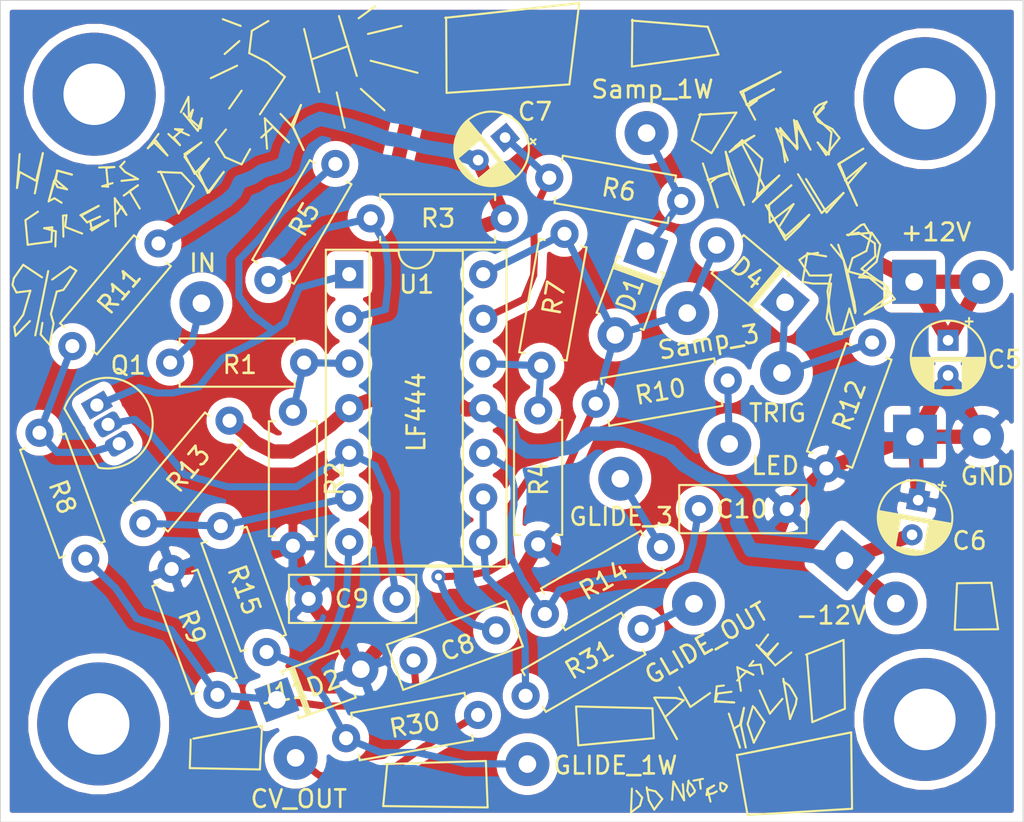
<source format=kicad_pcb>
(kicad_pcb (version 20171130) (host pcbnew "(5.1.2-1)-1")
  (layers (0 F.Cu signal) (31 B.Cu signal) (34 B.Paste user) (35 F.Paste user) (36 B.SilkS user) (37 F.SilkS user) (38 B.Mask user) (39 F.Mask user) (44 Edge.Cuts user))
  (net 0 "")
  (net 1 Earth)
  (net 2 +12V)
  (net 3 -12V)
  (net 4 "Net-(C7-Pad1)")
  (net 5 "Net-(C8-Pad1)")
  (net 6 "Net-(C8-Pad2)")
  (net 7 "Net-(C9-Pad1)")
  (net 8 "Net-(C10-Pad1)")
  (net 9 "Net-(D1-Pad1)")
  (net 10 "Net-(D4-Pad1)")
  (net 11 "Net-(J4-Pad1)")
  (net 12 "Net-(D3-Pad2)")
  (net 13 "Net-(J8-Pad1)")
  (net 14 "Net-(J9-Pad1)")
  (net 15 "Net-(J11-Pad1)")
  (net 16 "Net-(J12-Pad1)")
  (net 17 "Net-(Q1-Pad3)")
  (net 18 "Net-(Q1-Pad1)")
  (net 19 "Net-(R1-Pad2)")
  (net 20 "Net-(R3-Pad2)")
  (net 21 "Net-(R4-Pad2)")
  (net 22 "Net-(R13-Pad2)")
  (net 23 "Net-(R31-Pad1)")
  (module MountingHole:MountingHole_3.5mm_Pad (layer F.Cu) (at 17.78 53.34)
    (fp_text reference REF** hide)
    (fp_text value MountingHole_3.5mm_Pad hide)
    (pad 1 thru_hole circle (at 0 0) (size 7 7) (drill 3.5) (layers *.Cu *.Mask))
  )
  (module MountingHole:MountingHole_3.5mm_Pad (layer F.Cu) (at 64.77 53.086)
    (fp_text reference REF** hide)
    (fp_text value MountingHole_3.5mm_Pad hide)
    (pad 1 thru_hole circle (at 0 0) (size 7 7) (drill 3.5) (layers *.Cu *.Mask))
  )
  (module MountingHole:MountingHole_3.5mm_Pad (layer F.Cu) (at 64.77 17.78)
    (fp_text reference REF** hide)
    (fp_text value MountingHole_3.5mm_Pad hide)
    (pad 1 thru_hole circle (at 0 0) (size 7 7) (drill 3.5) (layers *.Cu *.Mask))
  )
  (module MountingHole:MountingHole_3.5mm_Pad (layer F.Cu) (at 17.526 17.526)
    (fp_text reference REF** hide)
    (fp_text value MountingHole_3.5mm_Pad hide)
    (pad 1 thru_hole circle (at 0 0) (size 7 7) (drill 3.5) (layers *.Cu *.Mask))
  )
  (module Capacitor_THT:CP_Radial_D4.0mm_P2.00mm (layer F.Cu) (at 66.0908 31.5214 270)
    (fp_text reference C5 (at 1.0922 -3.2258 180) (layer F.SilkS))
    (fp_text value 1u)
    (pad 1 thru_hole rect (at 0 0 270) (size 1.2 1.2) (drill 0.6) (layers *.Cu *.Mask) (net 2 +12V))
    (pad 2 thru_hole circle (at 2 0 270) (size 1.2 1.2) (drill 0.6) (layers *.Cu *.Mask) (net 1 Earth))
  )
  (module Capacitor_THT:CP_Radial_D4.0mm_P2.00mm (layer F.Cu) (at 64.389 40.6146 260)
    (fp_text reference C6 (at 1.769058 -3.277994 180) (layer F.SilkS))
    (fp_text value 1u)
    (pad 2 thru_hole circle (at 2 0 260) (size 1.2 1.2) (drill 0.6) (layers *.Cu *.Mask) (net 3 -12V))
    (pad 1 thru_hole rect (at 0 0 260) (size 1.2 1.2) (drill 0.6) (layers *.Cu *.Mask) (net 1 Earth))
  )
  (module Capacitor_THT:CP_Radial_D4.0mm_P2.00mm (layer F.Cu) (at 40.894 19.9898 220)
    (fp_text reference C7 (at -2.250609 0.034641) (layer F.SilkS))
    (fp_text value 10u)
    (pad 2 thru_hole circle (at 2 0 220) (size 1.2 1.2) (drill 0.6) (layers *.Cu *.Mask) (net 3 -12V))
    (pad 1 thru_hole rect (at 0 0 220) (size 1.2 1.2) (drill 0.6) (layers *.Cu *.Mask) (net 4 "Net-(C7-Pad1)"))
  )
  (module Capacitor_THT:C_Rect_L7.0mm_W2.5mm_P5.00mm (layer F.Cu) (at 35.687 49.7332 20)
    (fp_text reference C8 (at 2.614883 0.167866 20) (layer F.SilkS))
    (fp_text value 0.001u)
    (pad 1 thru_hole circle (at 0 0 20) (size 1.6 1.6) (drill 0.8) (layers *.Cu *.Mask) (net 5 "Net-(C8-Pad1)"))
    (pad 2 thru_hole circle (at 5 0 20) (size 1.6 1.6) (drill 0.8) (layers *.Cu *.Mask) (net 6 "Net-(C8-Pad2)"))
  )
  (module Capacitor_THT:C_Rect_L7.0mm_W2.5mm_P5.00mm (layer F.Cu) (at 34.7218 46.228 180)
    (fp_text reference C9 (at 2.54 0) (layer F.SilkS))
    (fp_text value 0.005u)
    (pad 2 thru_hole circle (at 5 0 180) (size 1.6 1.6) (drill 0.8) (layers *.Cu *.Mask) (net 1 Earth))
    (pad 1 thru_hole circle (at 0 0 180) (size 1.6 1.6) (drill 0.8) (layers *.Cu *.Mask) (net 7 "Net-(C9-Pad1)"))
  )
  (module Capacitor_THT:C_Rect_L7.0mm_W2.5mm_P5.00mm (layer F.Cu) (at 51.9176 41.1226)
    (fp_text reference C10 (at 2.4384 0) (layer F.SilkS))
    (fp_text value 0.1u)
    (pad 2 thru_hole circle (at 5 0) (size 1.6 1.6) (drill 0.8) (layers *.Cu *.Mask) (net 1 Earth))
    (pad 1 thru_hole circle (at 0 0) (size 1.6 1.6) (drill 0.8) (layers *.Cu *.Mask) (net 8 "Net-(C10-Pad1)"))
  )
  (module Diode_THT:D_T-1_P5.08mm_Horizontal (layer F.Cu) (at 48.895 26.4414 250)
    (fp_text reference D1 (at 2.619271 -0.007282 70) (layer F.SilkS))
    (fp_text value 1N914)
    (pad 2 thru_hole oval (at 5.08 0 250) (size 2 2) (drill 1) (layers *.Cu *.Mask) (net 6 "Net-(C8-Pad2)"))
    (pad 1 thru_hole rect (at 0 0 250) (size 2 2) (drill 1) (layers *.Cu *.Mask) (net 9 "Net-(D1-Pad1)"))
  )
  (module Diode_THT:D_T-1_P5.08mm_Horizontal (layer F.Cu) (at 27.9146 51.9684 20)
    (fp_text reference D2 (at 2.827591 0.029045 20) (layer F.SilkS))
    (fp_text value 1N914)
    (pad 1 thru_hole rect (at 0 0 20) (size 2 2) (drill 1) (layers *.Cu *.Mask) (net 5 "Net-(C8-Pad1)"))
    (pad 2 thru_hole oval (at 5.08 0 20) (size 2 2) (drill 1) (layers *.Cu *.Mask) (net 1 Earth))
  )
  (module Diode_THT:D_T-1_P5.08mm_Horizontal (layer F.Cu) (at 56.8198 29.3624 140)
    (fp_text reference D4 (at 2.712002 -0.087255 140) (layer F.SilkS))
    (fp_text value 1N914)
    (pad 2 thru_hole oval (at 5.08 0 140) (size 2 2) (drill 1) (layers *.Cu *.Mask) (net 6 "Net-(C8-Pad2)"))
    (pad 1 thru_hole rect (at 0 0 140) (size 2 2) (drill 1) (layers *.Cu *.Mask) (net 10 "Net-(D4-Pad1)"))
  )
  (module Connector_Wire:SolderWirePad_1x02_P3.81mm_Drill1mm (layer F.Cu) (at 64.1604 28.194)
    (fp_text reference J1 hide)
    (fp_text value +12V_Conn)
    (pad 1 thru_hole rect (at 0 0) (size 2.49936 2.49936) (drill 1.00076) (layers *.Cu *.Mask) (net 2 +12V))
    (pad 2 thru_hole circle (at 3.81 0) (size 2.49936 2.49936) (drill 1.00076) (layers *.Cu *.Mask) (net 2 +12V))
  )
  (module Connector_Wire:SolderWirePad_1x02_P3.81mm_Drill1mm (layer F.Cu) (at 64.2112 37.0078)
    (fp_text reference J2 hide)
    (fp_text value GND_Conn)
    (pad 2 thru_hole circle (at 3.81 0) (size 2.49936 2.49936) (drill 1.00076) (layers *.Cu *.Mask) (net 1 Earth))
    (pad 1 thru_hole rect (at 0 0) (size 2.49936 2.49936) (drill 1.00076) (layers *.Cu *.Mask) (net 1 Earth))
  )
  (module Connector_Wire:SolderWirePad_1x02_P3.81mm_Drill1mm (layer F.Cu) (at 60.198 44.0436 320)
    (fp_text reference J3 hide)
    (fp_text value -12V_Conn)
    (pad 1 thru_hole rect (at 0 0 320) (size 2.49936 2.49936) (drill 1.00076) (layers *.Cu *.Mask) (net 3 -12V))
    (pad 2 thru_hole circle (at 3.81 0 320) (size 2.49936 2.49936) (drill 1.00076) (layers *.Cu *.Mask) (net 3 -12V))
  )
  (module Connector_Wire:SolderWirePad_1x01_Drill1mm (layer F.Cu) (at 23.622 29.4132)
    (fp_text reference J4 hide)
    (fp_text value IN_A)
    (pad 1 thru_hole circle (at 0 0) (size 2.49936 2.49936) (drill 1.00076) (layers *.Cu *.Mask) (net 11 "Net-(J4-Pad1)"))
  )
  (module Connector_Wire:SolderWirePad_1x01_Drill1mm (layer F.Cu) (at 48.9458 19.7358 350)
    (fp_text reference J5 hide)
    (fp_text value SampRate_1W_A)
    (pad 1 thru_hole circle (at 0 0 350) (size 2.49936 2.49936) (drill 1.00076) (layers *.Cu *.Mask) (net 9 "Net-(D1-Pad1)"))
  )
  (module Connector_Wire:SolderWirePad_1x01_Drill1mm (layer F.Cu) (at 51.2572 29.972 340)
    (fp_text reference J6 hide)
    (fp_text value SampRate_3_A)
    (pad 1 thru_hole circle (at 0 0 340) (size 2.49936 2.49936) (drill 1.00076) (layers *.Cu *.Mask) (net 6 "Net-(C8-Pad2)"))
  )
  (module Connector_Wire:SolderWirePad_1x01_Drill1mm (layer F.Cu) (at 53.6448 37.4142 10)
    (fp_text reference J7 hide)
    (fp_text value LED_A)
    (pad 1 thru_hole circle (at 0 0 10) (size 2.49936 2.49936) (drill 1.00076) (layers *.Cu *.Mask) (net 12 "Net-(D3-Pad2)"))
  )
  (module Connector_Wire:SolderWirePad_1x01_Drill1mm (layer F.Cu) (at 42.164 55.626 20)
    (fp_text reference J8 hide)
    (fp_text value Glide_1W_A)
    (pad 1 thru_hole circle (at 0 0 20) (size 2.49936 2.49936) (drill 1.00076) (layers *.Cu *.Mask) (net 13 "Net-(J8-Pad1)"))
  )
  (module Connector_Wire:SolderWirePad_1x01_Drill1mm (layer F.Cu) (at 47.4472 39.3954 30)
    (fp_text reference J9 hide)
    (fp_text value Glide_3_A)
    (pad 1 thru_hole circle (at 0 0 30) (size 2.49936 2.49936) (drill 1.00076) (layers *.Cu *.Mask) (net 14 "Net-(J9-Pad1)"))
  )
  (module Connector_Wire:SolderWirePad_1x01_Drill1mm (layer F.Cu) (at 56.642 33.3756 10)
    (fp_text reference J10 hide)
    (fp_text value TRIG_A)
    (pad 1 thru_hole circle (at 0 0 10) (size 2.49936 2.49936) (drill 1.00076) (layers *.Cu *.Mask) (net 10 "Net-(D4-Pad1)"))
  )
  (module Connector_Wire:SolderWirePad_1x01_Drill1mm (layer F.Cu) (at 28.9814 55.2704 10)
    (fp_text reference J11 (at 0 -3.81 10) (layer F.SilkS))
    (fp_text value CV_OUT_A)
    (pad 1 thru_hole circle (at 0 0 10) (size 2.49936 2.49936) (drill 1.00076) (layers *.Cu *.Mask) (net 15 "Net-(J11-Pad1)"))
  )
  (module Connector_Wire:SolderWirePad_1x01_Drill1mm (layer F.Cu) (at 51.6382 46.5074 30)
    (fp_text reference J12 hide)
    (fp_text value GLIDE_OUT_A)
    (pad 1 thru_hole circle (at 0 0 30) (size 2.49936 2.49936) (drill 1.00076) (layers *.Cu *.Mask) (net 16 "Net-(J12-Pad1)"))
  )
  (module Package_TO_SOT_THT:TO-92L_Inline (layer F.Cu) (at 17.6784 35.2044 300)
    (fp_text reference Q1 (at -1.068737 -2.670093 180) (layer F.SilkS))
    (fp_text value Q_NJFET_DSG)
    (pad 2 thru_hole roundrect (at 1.27 0 300) (size 1.05 1.5) (drill 0.75) (layers *.Cu *.Mask) (net 7 "Net-(C9-Pad1)"))
    (pad 3 thru_hole roundrect (at 2.54 0 300) (size 1.05 1.5) (drill 0.75) (layers *.Cu *.Mask) (net 17 "Net-(Q1-Pad3)"))
    (pad 1 thru_hole rect (at 0 0 300) (size 1.05 1.5) (drill 0.75) (layers *.Cu *.Mask) (net 18 "Net-(Q1-Pad1)"))
  )
  (module Resistor_THT:R_Axial_DIN0207_L6.3mm_D2.5mm_P7.62mm_Horizontal (layer F.Cu) (at 21.844 32.7914)
    (fp_text reference R1 (at 3.9624 0.127) (layer F.SilkS))
    (fp_text value 100k)
    (pad 1 thru_hole circle (at 0 0) (size 1.6 1.6) (drill 0.8) (layers *.Cu *.Mask) (net 11 "Net-(J4-Pad1)"))
    (pad 2 thru_hole oval (at 7.62 0) (size 1.6 1.6) (drill 0.8) (layers *.Cu *.Mask) (net 19 "Net-(R1-Pad2)"))
  )
  (module Resistor_THT:R_Axial_DIN0207_L6.3mm_D2.5mm_P7.62mm_Horizontal (layer F.Cu) (at 28.829 35.5854 270)
    (fp_text reference R2 (at 3.81 -2.37 90) (layer F.SilkS))
    (fp_text value 100k)
    (pad 2 thru_hole oval (at 7.62 0 270) (size 1.6 1.6) (drill 0.8) (layers *.Cu *.Mask) (net 1 Earth))
    (pad 1 thru_hole circle (at 0 0 270) (size 1.6 1.6) (drill 0.8) (layers *.Cu *.Mask) (net 19 "Net-(R1-Pad2)"))
  )
  (module Resistor_THT:R_Axial_DIN0207_L6.3mm_D2.5mm_P7.62mm_Horizontal (layer F.Cu) (at 40.8686 24.5872 180)
    (fp_text reference R3 (at 3.7846 0) (layer F.SilkS))
    (fp_text value 560k)
    (pad 1 thru_hole circle (at 0 0 180) (size 1.6 1.6) (drill 0.8) (layers *.Cu *.Mask) (net 3 -12V))
    (pad 2 thru_hole oval (at 7.62 0 180) (size 1.6 1.6) (drill 0.8) (layers *.Cu *.Mask) (net 20 "Net-(R3-Pad2)"))
  )
  (module Resistor_THT:R_Axial_DIN0207_L6.3mm_D2.5mm_P7.62mm_Horizontal (layer F.Cu) (at 42.7736 43.1292 90)
    (fp_text reference R4 (at 3.7338 0.0508 90) (layer F.SilkS))
    (fp_text value 100k)
    (pad 1 thru_hole circle (at 0 0 90) (size 1.6 1.6) (drill 0.8) (layers *.Cu *.Mask) (net 1 Earth))
    (pad 2 thru_hole oval (at 7.62 0 90) (size 1.6 1.6) (drill 0.8) (layers *.Cu *.Mask) (net 21 "Net-(R4-Pad2)"))
  )
  (module Resistor_THT:R_Axial_DIN0207_L6.3mm_D2.5mm_P7.62mm_Horizontal (layer F.Cu) (at 27.432 28.0924 60)
    (fp_text reference R5 (at 4.020298 0.054561 60) (layer F.SilkS))
    (fp_text value 200k)
    (pad 2 thru_hole oval (at 7.62 0 60) (size 1.6 1.6) (drill 0.8) (layers *.Cu *.Mask) (net 18 "Net-(Q1-Pad1)"))
    (pad 1 thru_hole circle (at 0 0 60) (size 1.6 1.6) (drill 0.8) (layers *.Cu *.Mask) (net 20 "Net-(R3-Pad2)"))
  )
  (module Resistor_THT:R_Axial_DIN0207_L6.3mm_D2.5mm_P7.62mm_Horizontal (layer F.Cu) (at 43.4086 22.2758 350)
    (fp_text reference R6 (at 4.02129 -0.012682 170) (layer F.SilkS))
    (fp_text value 4k7)
    (pad 1 thru_hole circle (at 0 0 350) (size 1.6 1.6) (drill 0.8) (layers *.Cu *.Mask) (net 4 "Net-(C7-Pad1)"))
    (pad 2 thru_hole oval (at 7.62 0 350) (size 1.6 1.6) (drill 0.8) (layers *.Cu *.Mask) (net 9 "Net-(D1-Pad1)"))
  )
  (module Resistor_THT:R_Axial_DIN0207_L6.3mm_D2.5mm_P7.62mm_Horizontal (layer F.Cu) (at 42.9514 32.9692 80)
    (fp_text reference R7 (at 3.930055 0.054989 80) (layer F.SilkS))
    (fp_text value 470k)
    (pad 1 thru_hole circle (at 0 0 80) (size 1.6 1.6) (drill 0.8) (layers *.Cu *.Mask) (net 21 "Net-(R4-Pad2)"))
    (pad 2 thru_hole oval (at 7.62 0 80) (size 1.6 1.6) (drill 0.8) (layers *.Cu *.Mask) (net 6 "Net-(C8-Pad2)"))
  )
  (module Resistor_THT:R_Axial_DIN0207_L6.3mm_D2.5mm_P7.62mm_Horizontal (layer F.Cu) (at 17.018 43.942 110)
    (fp_text reference R8 (at 3.736863 -0.018429 110) (layer F.SilkS))
    (fp_text value 100k)
    (pad 2 thru_hole oval (at 7.62 0 110) (size 1.6 1.6) (drill 0.8) (layers *.Cu *.Mask) (net 17 "Net-(Q1-Pad3)"))
    (pad 1 thru_hole circle (at 0 0 110) (size 1.6 1.6) (drill 0.8) (layers *.Cu *.Mask) (net 5 "Net-(C8-Pad1)"))
  )
  (module Resistor_THT:R_Axial_DIN0207_L6.3mm_D2.5mm_P7.62mm_Horizontal (layer F.Cu) (at 24.5364 51.689 110)
    (fp_text reference R9 (at 4.123142 -0.040016 110) (layer F.SilkS))
    (fp_text value 100k)
    (pad 2 thru_hole oval (at 7.62 0 110) (size 1.6 1.6) (drill 0.8) (layers *.Cu *.Mask) (net 1 Earth))
    (pad 1 thru_hole circle (at 0 0 110) (size 1.6 1.6) (drill 0.8) (layers *.Cu *.Mask) (net 5 "Net-(C8-Pad1)"))
  )
  (module Resistor_THT:R_Axial_DIN0207_L6.3mm_D2.5mm_P7.62mm_Horizontal (layer F.Cu) (at 46.0502 35.1282 10)
    (fp_text reference R10 (at 3.746135 -0.035835 10) (layer F.SilkS))
    (fp_text value 10K)
    (pad 2 thru_hole oval (at 7.62 0 10) (size 1.6 1.6) (drill 0.8) (layers *.Cu *.Mask) (net 12 "Net-(D3-Pad2)"))
    (pad 1 thru_hole circle (at 0 0 10) (size 1.6 1.6) (drill 0.8) (layers *.Cu *.Mask) (net 6 "Net-(C8-Pad2)"))
  )
  (module Resistor_THT:R_Axial_DIN0207_L6.3mm_D2.5mm_P7.62mm_Horizontal (layer F.Cu) (at 16.2814 31.8516 50)
    (fp_text reference R11 (at 4.127048 0.018517 50) (layer F.SilkS))
    (fp_text value 470k)
    (pad 1 thru_hole circle (at 0 0 50) (size 1.6 1.6) (drill 0.8) (layers *.Cu *.Mask) (net 17 "Net-(Q1-Pad3)"))
    (pad 2 thru_hole oval (at 7.62 0 50) (size 1.6 1.6) (drill 0.8) (layers *.Cu *.Mask) (net 3 -12V))
  )
  (module Resistor_THT:R_Axial_DIN0207_L6.3mm_D2.5mm_P7.62mm_Horizontal (layer F.Cu) (at 61.7728 31.6484 250)
    (fp_text reference R12 (at 3.808468 -0.007633 70) (layer F.SilkS))
    (fp_text value 100K)
    (pad 2 thru_hole oval (at 7.62 0 250) (size 1.6 1.6) (drill 0.8) (layers *.Cu *.Mask) (net 1 Earth))
    (pad 1 thru_hole circle (at 0 0 250) (size 1.6 1.6) (drill 0.8) (layers *.Cu *.Mask) (net 10 "Net-(D4-Pad1)"))
  )
  (module Resistor_THT:R_Axial_DIN0207_L6.3mm_D2.5mm_P7.62mm_Horizontal (layer F.Cu) (at 25.2222 36.0934 230)
    (fp_text reference R13 (at 3.603479 0.026798 50) (layer F.SilkS))
    (fp_text value 150k)
    (pad 1 thru_hole circle (at 0 0 230) (size 1.6 1.6) (drill 0.8) (layers *.Cu *.Mask) (net 2 +12V))
    (pad 2 thru_hole oval (at 7.62 0 230) (size 1.6 1.6) (drill 0.8) (layers *.Cu *.Mask) (net 22 "Net-(R13-Pad2)"))
  )
  (module Resistor_THT:R_Axial_DIN0207_L6.3mm_D2.5mm_P7.62mm_Horizontal (layer F.Cu) (at 49.7586 43.2816 210)
    (fp_text reference R14 (at 3.768122 -0.024178 30) (layer F.SilkS))
    (fp_text value 220)
    (pad 2 thru_hole oval (at 7.62 0 210) (size 1.6 1.6) (drill 0.8) (layers *.Cu *.Mask) (net 8 "Net-(C10-Pad1)"))
    (pad 1 thru_hole circle (at 0 0 210) (size 1.6 1.6) (drill 0.8) (layers *.Cu *.Mask) (net 14 "Net-(J9-Pad1)"))
  )
  (module Resistor_THT:R_Axial_DIN0207_L6.3mm_D2.5mm_P7.62mm_Horizontal (layer F.Cu) (at 27.3304 49.2506 110)
    (fp_text reference R15 (at 3.752044 0.014127 110) (layer F.SilkS))
    (fp_text value 75k)
    (pad 2 thru_hole oval (at 7.62 0 110) (size 1.6 1.6) (drill 0.8) (layers *.Cu *.Mask) (net 22 "Net-(R13-Pad2)"))
    (pad 1 thru_hole circle (at 0 0 110) (size 1.6 1.6) (drill 0.8) (layers *.Cu *.Mask) (net 13 "Net-(J8-Pad1)"))
  )
  (module Resistor_THT:R_Axial_DIN0207_L6.3mm_D2.5mm_P7.62mm_Horizontal (layer F.Cu) (at 31.8516 54.1528 10)
    (fp_text reference R30 (at 3.984494 -0.071181 10) (layer F.SilkS))
    (fp_text value 1k)
    (pad 1 thru_hole circle (at 0 0 10) (size 1.6 1.6) (drill 0.8) (layers *.Cu *.Mask) (net 13 "Net-(J8-Pad1)"))
    (pad 2 thru_hole oval (at 7.62 0 10) (size 1.6 1.6) (drill 0.8) (layers *.Cu *.Mask) (net 15 "Net-(J11-Pad1)"))
  )
  (module Resistor_THT:R_Axial_DIN0207_L6.3mm_D2.5mm_P7.62mm_Horizontal (layer F.Cu) (at 42.0624 51.7398 30)
    (fp_text reference R31 (at 4.174277 0.034339 30) (layer F.SilkS))
    (fp_text value 1k)
    (pad 2 thru_hole oval (at 7.62 0 30) (size 1.6 1.6) (drill 0.8) (layers *.Cu *.Mask) (net 16 "Net-(J12-Pad1)"))
    (pad 1 thru_hole circle (at 0 0 30) (size 1.6 1.6) (drill 0.8) (layers *.Cu *.Mask) (net 23 "Net-(R31-Pad1)"))
  )
  (module Package_DIP:DIP-14_W7.62mm_Socket (layer F.Cu) (at 32.0294 27.7622)
    (fp_text reference U1 (at 3.8354 0.5842) (layer F.SilkS))
    (fp_text value LF444)
    (pad 1 thru_hole rect (at 0 0) (size 1.6 1.6) (drill 0.8) (layers *.Cu *.Mask) (net 18 "Net-(Q1-Pad1)"))
    (pad 8 thru_hole oval (at 7.62 15.24) (size 1.6 1.6) (drill 0.8) (layers *.Cu *.Mask) (net 23 "Net-(R31-Pad1)"))
    (pad 2 thru_hole oval (at 0 2.54) (size 1.6 1.6) (drill 0.8) (layers *.Cu *.Mask) (net 20 "Net-(R3-Pad2)"))
    (pad 9 thru_hole oval (at 7.62 12.7) (size 1.6 1.6) (drill 0.8) (layers *.Cu *.Mask) (net 23 "Net-(R31-Pad1)"))
    (pad 3 thru_hole oval (at 0 5.08) (size 1.6 1.6) (drill 0.8) (layers *.Cu *.Mask) (net 19 "Net-(R1-Pad2)"))
    (pad 10 thru_hole oval (at 7.62 10.16) (size 1.6 1.6) (drill 0.8) (layers *.Cu *.Mask) (net 8 "Net-(C10-Pad1)"))
    (pad 4 thru_hole oval (at 0 7.62) (size 1.6 1.6) (drill 0.8) (layers *.Cu *.Mask) (net 2 +12V))
    (pad 11 thru_hole oval (at 7.62 7.62) (size 1.6 1.6) (drill 0.8) (layers *.Cu *.Mask) (net 3 -12V))
    (pad 5 thru_hole oval (at 0 10.16) (size 1.6 1.6) (drill 0.8) (layers *.Cu *.Mask) (net 7 "Net-(C9-Pad1)"))
    (pad 12 thru_hole oval (at 7.62 5.08) (size 1.6 1.6) (drill 0.8) (layers *.Cu *.Mask) (net 21 "Net-(R4-Pad2)"))
    (pad 6 thru_hole oval (at 0 12.7) (size 1.6 1.6) (drill 0.8) (layers *.Cu *.Mask) (net 22 "Net-(R13-Pad2)"))
    (pad 13 thru_hole oval (at 7.62 2.54) (size 1.6 1.6) (drill 0.8) (layers *.Cu *.Mask) (net 4 "Net-(C7-Pad1)"))
    (pad 7 thru_hole oval (at 0 15.24) (size 1.6 1.6) (drill 0.8) (layers *.Cu *.Mask) (net 13 "Net-(J8-Pad1)"))
    (pad 14 thru_hole oval (at 7.62 0) (size 1.6 1.6) (drill 0.8) (layers *.Cu *.Mask) (net 6 "Net-(C8-Pad2)"))
  )
  (gr_line (start 68.5546 45.3136) (end 66.6496 45.339) (layer F.SilkS) (width 0.12))
  (gr_line (start 68.9356 47.9552) (end 68.5546 45.3136) (layer F.SilkS) (width 0.12))
  (gr_line (start 66.4718 47.9806) (end 68.9356 47.9552) (layer F.SilkS) (width 0.12))
  (gr_line (start 66.5988 45.339) (end 66.4718 47.9806) (layer F.SilkS) (width 0.12))
  (gr_line (start 62.2808 29.591) (end 62.0776 29.6672) (layer F.SilkS) (width 0.12))
  (gr_line (start 62.6872 28.5242) (end 62.2808 29.591) (layer F.SilkS) (width 0.12))
  (gr_line (start 61.1632 27.4574) (end 62.6872 28.5242) (layer F.SilkS) (width 0.12))
  (gr_line (start 61.9506 26.7462) (end 61.1632 27.4574) (layer F.SilkS) (width 0.12))
  (gr_line (start 61.9252 26.0096) (end 61.9506 26.7462) (layer F.SilkS) (width 0.12))
  (gr_line (start 61.0108 25.4) (end 61.9252 26.0096) (layer F.SilkS) (width 0.12))
  (gr_line (start 60.3504 25.527) (end 61.0108 25.4) (layer F.SilkS) (width 0.12))
  (gr_line (start 61.7474 25.4) (end 60.3504 25.527) (layer F.SilkS) (width 0.12))
  (gr_line (start 62.23 26.0858) (end 61.7474 25.4) (layer F.SilkS) (width 0.12))
  (gr_line (start 62.0268 27.051) (end 62.23 26.0858) (layer F.SilkS) (width 0.12))
  (gr_line (start 61.0362 27.94) (end 62.0268 27.051) (layer F.SilkS) (width 0.12))
  (gr_line (start 61.6712 27.9654) (end 61.0362 27.94) (layer F.SilkS) (width 0.12))
  (gr_line (start 62.3824 28.2448) (end 61.6712 27.9654) (layer F.SilkS) (width 0.12))
  (gr_line (start 63.0682 29.1846) (end 62.3824 28.2448) (layer F.SilkS) (width 0.12))
  (gr_line (start 61.341 30.0482) (end 63.0682 29.1846) (layer F.SilkS) (width 0.12))
  (gr_line (start 62.7126 29.0068) (end 61.341 30.0482) (layer F.SilkS) (width 0.12))
  (gr_line (start 62.6364 28.829) (end 62.7126 29.0068) (layer F.SilkS) (width 0.12))
  (gr_line (start 61.5696 27.9146) (end 62.6364 28.829) (layer F.SilkS) (width 0.12))
  (gr_line (start 60.4266 27.6098) (end 61.5696 27.9146) (layer F.SilkS) (width 0.12))
  (gr_line (start 60.6552 26.8478) (end 60.4266 27.6098) (layer F.SilkS) (width 0.12))
  (gr_line (start 61.4426 26.4414) (end 60.6552 26.8478) (layer F.SilkS) (width 0.12))
  (gr_line (start 61.6966 25.527) (end 61.4426 26.4414) (layer F.SilkS) (width 0.12))
  (gr_line (start 61.3156 24.9174) (end 61.6966 25.527) (layer F.SilkS) (width 0.12))
  (gr_line (start 61.1378 24.9682) (end 61.3156 24.9174) (layer F.SilkS) (width 0.12))
  (gr_line (start 60.4266 25.5524) (end 61.1378 24.9682) (layer F.SilkS) (width 0.12))
  (gr_line (start 60.7568 29.337) (end 60.833 29.8704) (layer F.SilkS) (width 0.12))
  (gr_line (start 60.3504 27.559) (end 60.7568 29.337) (layer F.SilkS) (width 0.12))
  (gr_line (start 59.8424 26.0858) (end 60.3504 27.559) (layer F.SilkS) (width 0.12))
  (gr_line (start 58.0644 26.6446) (end 58.6994 26.543) (layer F.SilkS) (width 0.12))
  (gr_line (start 57.6326 26.9494) (end 58.0644 26.6446) (layer F.SilkS) (width 0.12))
  (gr_line (start 58.2168 27.8384) (end 57.6326 26.9494) (layer F.SilkS) (width 0.12))
  (gr_line (start 59.2328 27.8384) (end 58.2168 27.8384) (layer F.SilkS) (width 0.12))
  (gr_line (start 59.436 27.7876) (end 59.2328 27.8384) (layer F.SilkS) (width 0.12))
  (gr_line (start 59.2328 28.7274) (end 59.436 27.7876) (layer F.SilkS) (width 0.12))
  (gr_line (start 59.3598 29.8958) (end 59.2328 28.7274) (layer F.SilkS) (width 0.12))
  (gr_line (start 59.6392 31.1912) (end 59.3598 29.8958) (layer F.SilkS) (width 0.12))
  (gr_line (start 60.0456 31.1658) (end 59.6392 31.1912) (layer F.SilkS) (width 0.12))
  (gr_line (start 60.4774 29.718) (end 60.0456 31.1658) (layer F.SilkS) (width 0.12))
  (gr_line (start 60.8076 30.7594) (end 60.4774 29.718) (layer F.SilkS) (width 0.12))
  (gr_line (start 59.5884 31.1658) (end 60.8076 30.7594) (layer F.SilkS) (width 0.12))
  (gr_line (start 59.182 30.2768) (end 59.5884 31.1658) (layer F.SilkS) (width 0.12))
  (gr_line (start 59.436 28.2956) (end 59.182 30.2768) (layer F.SilkS) (width 0.12))
  (gr_line (start 58.3946 28.2956) (end 59.436 28.2956) (layer F.SilkS) (width 0.12))
  (gr_line (start 57.8104 28.194) (end 58.3946 28.2956) (layer F.SilkS) (width 0.12))
  (gr_line (start 58.0898 26.5684) (end 57.8104 28.194) (layer F.SilkS) (width 0.12))
  (gr_line (start 59.1566 26.7462) (end 58.0898 26.5684) (layer F.SilkS) (width 0.12))
  (gr_line (start 60.1472 26.9494) (end 59.436 26.0858) (layer F.SilkS) (width 0.12))
  (gr_line (start 60.8076 29.972) (end 60.1472 26.9494) (layer F.SilkS) (width 0.12))
  (gr_line (start 32.5628 13.208) (end 33.5026 12.5222) (layer F.SilkS) (width 0.12))
  (gr_line (start 33.0962 14.097) (end 35.0012 13.6398) (layer F.SilkS) (width 0.12))
  (gr_line (start 33.2486 15.621) (end 35.9156 16.3068) (layer F.SilkS) (width 0.12))
  (gr_line (start 32.6898 17.2212) (end 34.036 18.4404) (layer F.SilkS) (width 0.12))
  (gr_line (start 31.3182 17.4244) (end 31.7754 19.431) (layer F.SilkS) (width 0.12))
  (gr_line (start 25.908 17.3228) (end 25.1968 18.3388) (layer F.SilkS) (width 0.12))
  (gr_line (start 25.654 15.9004) (end 24.1554 16.6116) (layer F.SilkS) (width 0.12))
  (gr_line (start 25.781 14.5034) (end 24.9428 15.24) (layer F.SilkS) (width 0.12))
  (gr_line (start 25.8572 13.6398) (end 24.8412 13.2588) (layer F.SilkS) (width 0.12))
  (gr_line (start 52.4256 13.6906) (end 48.1076 13.335) (layer F.SilkS) (width 0.12))
  (gr_line (start 53.0352 15.2654) (end 52.4256 13.6906) (layer F.SilkS) (width 0.12))
  (gr_line (start 48.1076 15.9512) (end 53.0352 15.2654) (layer F.SilkS) (width 0.12))
  (gr_line (start 48.133 13.2842) (end 48.1076 15.9512) (layer F.SilkS) (width 0.12))
  (gr_line (start 45.1104 12.3444) (end 37.4904 13.1826) (layer F.SilkS) (width 0.12))
  (gr_line (start 44.5516 16.9672) (end 45.1104 12.3444) (layer F.SilkS) (width 0.12))
  (gr_line (start 37.5666 17.4498) (end 44.5516 16.9672) (layer F.SilkS) (width 0.12))
  (gr_line (start 37.5412 13.1572) (end 37.5666 17.4498) (layer F.SilkS) (width 0.12))
  (gr_line (start 61.4172 21.4376) (end 60.2234 22.4282) (layer F.SilkS) (width 0.12))
  (gr_line (start 60.3758 22.6568) (end 61.4172 21.4376) (layer F.SilkS) (width 0.12))
  (gr_line (start 60.1218 21.9964) (end 60.3758 22.6568) (layer F.SilkS) (width 0.12))
  (gr_line (start 59.8932 21.463) (end 60.1218 21.9964) (layer F.SilkS) (width 0.12))
  (gr_line (start 61.2648 20.6248) (end 59.8932 21.463) (layer F.SilkS) (width 0.12))
  (gr_line (start 59.8424 21.5138) (end 61.2648 20.6248) (layer F.SilkS) (width 0.12))
  (gr_line (start 60.9092 23.8506) (end 59.8424 21.5138) (layer F.SilkS) (width 0.12))
  (gr_line (start 59.8678 21.4884) (end 60.9092 23.8506) (layer F.SilkS) (width 0.12))
  (gr_line (start 59.182 24.257) (end 58.0136 22.352) (layer F.SilkS) (width 0.12))
  (gr_line (start 60.1472 23.1394) (end 59.182 24.257) (layer F.SilkS) (width 0.12))
  (gr_line (start 58.9026 24.2824) (end 60.1472 23.1394) (layer F.SilkS) (width 0.12))
  (gr_line (start 57.5564 22.0726) (end 58.9026 24.2824) (layer F.SilkS) (width 0.12))
  (gr_line (start 57.1754 22.7076) (end 55.7784 23.9268) (layer F.SilkS) (width 0.12))
  (gr_line (start 55.9054 23.8252) (end 57.1754 22.7076) (layer F.SilkS) (width 0.12))
  (gr_line (start 55.9562 24.8158) (end 55.9054 23.8252) (layer F.SilkS) (width 0.12))
  (gr_line (start 57.3024 23.7744) (end 55.9562 24.8158) (layer F.SilkS) (width 0.12))
  (gr_line (start 56.4642 25.0952) (end 57.3024 23.7744) (layer F.SilkS) (width 0.12))
  (gr_line (start 56.8452 25.6032) (end 56.4642 25.0952) (layer F.SilkS) (width 0.12))
  (gr_line (start 58.1914 24.384) (end 56.8452 25.6032) (layer F.SilkS) (width 0.12))
  (gr_line (start 57.6326 25.0444) (end 58.1914 24.384) (layer F.SilkS) (width 0.12))
  (gr_line (start 56.8452 25.8064) (end 57.6326 25.0444) (layer F.SilkS) (width 0.12))
  (gr_line (start 55.7276 23.8252) (end 56.8452 25.8064) (layer F.SilkS) (width 0.12))
  (gr_line (start 56.8198 25.781) (end 55.7276 23.8252) (layer F.SilkS) (width 0.12))
  (gr_line (start 59.182 17.9578) (end 58.5724 18.6944) (layer F.SilkS) (width 0.12))
  (gr_line (start 58.7502 18.1356) (end 59.182 17.9578) (layer F.SilkS) (width 0.12))
  (gr_line (start 58.547 18.3134) (end 58.7502 18.1356) (layer F.SilkS) (width 0.12))
  (gr_line (start 58.4454 18.542) (end 58.547 18.3134) (layer F.SilkS) (width 0.12))
  (gr_line (start 58.6994 19.0754) (end 58.4454 18.542) (layer F.SilkS) (width 0.12))
  (gr_line (start 58.8772 19.177) (end 58.6994 19.0754) (layer F.SilkS) (width 0.12))
  (gr_line (start 59.5122 19.5072) (end 58.8772 19.177) (layer F.SilkS) (width 0.12))
  (gr_line (start 59.9186 20.0152) (end 59.5122 19.5072) (layer F.SilkS) (width 0.12))
  (gr_line (start 59.1566 20.9804) (end 59.9186 20.0152) (layer F.SilkS) (width 0.12))
  (gr_line (start 58.674 20.2692) (end 59.1566 20.9804) (layer F.SilkS) (width 0.12))
  (gr_line (start 59.309 20.955) (end 58.674 20.2692) (layer F.SilkS) (width 0.12))
  (gr_line (start 59.4614 19.685) (end 59.309 20.955) (layer F.SilkS) (width 0.12))
  (gr_line (start 58.547 18.796) (end 59.4614 19.685) (layer F.SilkS) (width 0.12))
  (gr_line (start 59.0296 18.288) (end 58.547 18.796) (layer F.SilkS) (width 0.12))
  (gr_line (start 56.5404 19.4564) (end 56.8198 21.3868) (layer F.SilkS) (width 0.12))
  (gr_line (start 57.5056 20.6502) (end 56.5404 19.4564) (layer F.SilkS) (width 0.12))
  (gr_line (start 57.4802 19.05) (end 57.5056 20.6502) (layer F.SilkS) (width 0.12))
  (gr_line (start 58.2676 20.6756) (end 57.4802 19.05) (layer F.SilkS) (width 0.12))
  (gr_line (start 57.3278 18.9992) (end 58.2676 20.6756) (layer F.SilkS) (width 0.12))
  (gr_line (start 57.531 20.574) (end 57.3278 18.9992) (layer F.SilkS) (width 0.12))
  (gr_line (start 56.3118 19.4818) (end 57.531 20.574) (layer F.SilkS) (width 0.12))
  (gr_line (start 56.9722 21.2852) (end 56.3118 19.4818) (layer F.SilkS) (width 0.12))
  (gr_line (start 55.0672 19.8882) (end 54.0004 20.4724) (layer F.SilkS) (width 0.12))
  (gr_line (start 53.6702 20.8026) (end 55.0672 19.8882) (layer F.SilkS) (width 0.12))
  (gr_line (start 54.3814 20.1422) (end 53.6702 20.8026) (layer F.SilkS) (width 0.12))
  (gr_line (start 55.5244 21.209) (end 54.3814 20.1422) (layer F.SilkS) (width 0.12))
  (gr_line (start 55.2196 23.2664) (end 55.5244 21.209) (layer F.SilkS) (width 0.12))
  (gr_line (start 56.4896 22.1488) (end 55.2196 23.2664) (layer F.SilkS) (width 0.12))
  (gr_line (start 54.991 23.6474) (end 56.4896 22.1488) (layer F.SilkS) (width 0.12))
  (gr_line (start 55.6514 22.8346) (end 54.991 23.6474) (layer F.SilkS) (width 0.12))
  (gr_line (start 54.3814 20.3708) (end 55.6514 22.8346) (layer F.SilkS) (width 0.12))
  (gr_line (start 54.483 23.8252) (end 53.6702 22.0726) (layer F.SilkS) (width 0.12))
  (gr_line (start 53.4416 20.8026) (end 54.483 23.8252) (layer F.SilkS) (width 0.12))
  (gr_line (start 53.6702 22.0218) (end 53.4416 20.8026) (layer F.SilkS) (width 0.12))
  (gr_line (start 52.4256 22.4028) (end 53.6702 22.0218) (layer F.SilkS) (width 0.12))
  (gr_line (start 53.5178 22.0218) (end 52.4256 22.4028) (layer F.SilkS) (width 0.12))
  (gr_line (start 53.0098 22.1996) (end 53.5178 22.0218) (layer F.SilkS) (width 0.12))
  (gr_line (start 52.5526 22.5806) (end 53.0098 22.1996) (layer F.SilkS) (width 0.12))
  (gr_line (start 52.9844 23.9522) (end 52.5526 22.5806) (layer F.SilkS) (width 0.12))
  (gr_line (start 52.1462 21.463) (end 52.9844 23.9522) (layer F.SilkS) (width 0.12))
  (gr_line (start 55.2196 17.8816) (end 54.737 18.2372) (layer F.SilkS) (width 0.12))
  (gr_line (start 56.1848 17.2466) (end 54.8132 17.9578) (layer F.SilkS) (width 0.12))
  (gr_line (start 54.6354 18.1356) (end 56.1848 17.2466) (layer F.SilkS) (width 0.12))
  (gr_line (start 54.4322 17.399) (end 54.6354 18.1356) (layer F.SilkS) (width 0.12))
  (gr_line (start 56.5658 16.256) (end 54.4322 17.399) (layer F.SilkS) (width 0.12))
  (gr_line (start 54.2798 17.399) (end 56.5658 16.256) (layer F.SilkS) (width 0.12))
  (gr_line (start 55.118 18.9738) (end 54.2798 17.399) (layer F.SilkS) (width 0.12))
  (gr_line (start 54.0512 18.5674) (end 51.943 18.6944) (layer F.SilkS) (width 0.12))
  (gr_line (start 52.6288 20.8788) (end 54.0512 18.5674) (layer F.SilkS) (width 0.12))
  (gr_line (start 51.5112 20.1422) (end 52.6288 20.8788) (layer F.SilkS) (width 0.12))
  (gr_line (start 52.0192 18.6436) (end 51.5112 20.1422) (layer F.SilkS) (width 0.12))
  (gr_line (start 27.0764 53.4416) (end 23.1648 54.1782) (layer F.SilkS) (width 0.12))
  (gr_line (start 26.9494 55.9308) (end 27.0764 53.4416) (layer F.SilkS) (width 0.12))
  (gr_line (start 22.9616 55.8546) (end 26.9494 55.9308) (layer F.SilkS) (width 0.12))
  (gr_line (start 23.0124 54.229) (end 22.9616 55.8546) (layer F.SilkS) (width 0.12))
  (gr_line (start 39.8018 55.4482) (end 34.036 55.626) (layer F.SilkS) (width 0.12))
  (gr_line (start 39.9034 58.0898) (end 39.8018 55.4482) (layer F.SilkS) (width 0.12))
  (gr_line (start 33.9598 58.0136) (end 39.9034 58.0898) (layer F.SilkS) (width 0.12))
  (gr_line (start 34.1884 55.6514) (end 33.9598 58.0136) (layer F.SilkS) (width 0.12))
  (gr_line (start 49.276 52.451) (end 44.9326 52.3494) (layer F.SilkS) (width 0.12))
  (gr_line (start 49.3522 54.1528) (end 49.276 52.451) (layer F.SilkS) (width 0.12))
  (gr_line (start 45.0596 54.5592) (end 49.3522 54.1528) (layer F.SilkS) (width 0.12))
  (gr_line (start 44.9326 52.3748) (end 45.0596 54.5592) (layer F.SilkS) (width 0.12))
  (gr_line (start 60.1472 48.5648) (end 58.0136 49.403) (layer F.SilkS) (width 0.12))
  (gr_line (start 60.2234 52.4764) (end 60.1472 48.5648) (layer F.SilkS) (width 0.12))
  (gr_line (start 58.3692 53.2384) (end 60.2234 52.4764) (layer F.SilkS) (width 0.12))
  (gr_line (start 58.0644 49.403) (end 58.3692 53.2384) (layer F.SilkS) (width 0.12))
  (gr_line (start 60.579 53.8226) (end 54.1782 55.0926) (layer F.SilkS) (width 0.12))
  (gr_line (start 60.6298 58.166) (end 60.579 53.8226) (layer F.SilkS) (width 0.12))
  (gr_line (start 54.6862 58.5216) (end 60.6298 58.166) (layer F.SilkS) (width 0.12))
  (gr_line (start 54.0766 55.0926) (end 54.6862 58.5216) (layer F.SilkS) (width 0.12))
  (gr_line (start 14.478 31.1912) (end 14.5796 30.5308) (layer F.SilkS) (width 0.12))
  (gr_line (start 14.986 31.7754) (end 14.478 31.1912) (layer F.SilkS) (width 0.12))
  (gr_line (start 15.2146 30.5562) (end 14.986 31.7754) (layer F.SilkS) (width 0.12))
  (gr_line (start 15.0622 30.0228) (end 15.2146 30.5562) (layer F.SilkS) (width 0.12))
  (gr_line (start 15.3924 28.7528) (end 15.0622 30.0228) (layer F.SilkS) (width 0.12))
  (gr_line (start 15.7734 28.6512) (end 15.3924 28.7528) (layer F.SilkS) (width 0.12))
  (gr_line (start 15.9766 28.3718) (end 15.7734 28.6512) (layer F.SilkS) (width 0.12))
  (gr_line (start 16.51 27.559) (end 15.9766 28.3718) (layer F.SilkS) (width 0.12))
  (gr_line (start 16.1544 27.3304) (end 16.51 27.559) (layer F.SilkS) (width 0.12))
  (gr_line (start 15.1384 28.067) (end 16.1544 27.3304) (layer F.SilkS) (width 0.12))
  (gr_line (start 13.0556 31.2674) (end 13.8684 30.4292) (layer F.SilkS) (width 0.12))
  (gr_line (start 12.9794 30.7594) (end 13.0556 31.2674) (layer F.SilkS) (width 0.12))
  (gr_line (start 13.4874 30.0736) (end 12.9794 30.7594) (layer F.SilkS) (width 0.12))
  (gr_line (start 13.8938 28.702) (end 13.4874 30.0736) (layer F.SilkS) (width 0.12))
  (gr_line (start 13.1064 28.8036) (end 13.8938 28.702) (layer F.SilkS) (width 0.12))
  (gr_line (start 12.8778 28.3718) (end 13.1064 28.8036) (layer F.SilkS) (width 0.12))
  (gr_line (start 12.954 27.9908) (end 12.8778 28.3718) (layer F.SilkS) (width 0.12))
  (gr_line (start 13.4874 27.2288) (end 12.954 27.9908) (layer F.SilkS) (width 0.12))
  (gr_line (start 14.5542 27.94) (end 13.4874 27.2288) (layer F.SilkS) (width 0.12))
  (gr_line (start 14.1732 31.242) (end 14.9098 27.5844) (layer F.SilkS) (width 0.12))
  (gr_line (start 29.4386 20.701) (end 28.829 19.3548) (layer F.SilkS) (width 0.12))
  (gr_line (start 28.7528 19.2532) (end 29.4386 20.701) (layer F.SilkS) (width 0.12))
  (gr_line (start 29.2862 18.1356) (end 28.7528 19.2532) (layer F.SilkS) (width 0.12))
  (gr_line (start 28.829 19.4056) (end 29.2862 18.1356) (layer F.SilkS) (width 0.12))
  (gr_line (start 28.1178 18.6436) (end 28.829 19.4056) (layer F.SilkS) (width 0.12))
  (gr_line (start 27.686 19.3802) (end 27.0256 19.9898) (layer F.SilkS) (width 0.12))
  (gr_line (start 28.6004 20.2692) (end 27.686 19.3802) (layer F.SilkS) (width 0.12))
  (gr_line (start 27.2288 18.8976) (end 28.6004 20.2692) (layer F.SilkS) (width 0.12))
  (gr_line (start 27.3558 20.6248) (end 27.2288 18.8976) (layer F.SilkS) (width 0.12))
  (gr_line (start 25.908 21.5138) (end 26.3906 20.6502) (layer F.SilkS) (width 0.12))
  (gr_line (start 24.9682 21.1074) (end 25.908 21.5138) (layer F.SilkS) (width 0.12))
  (gr_line (start 24.4348 20.2438) (end 24.9682 21.1074) (layer F.SilkS) (width 0.12))
  (gr_line (start 25.019 19.5326) (end 24.4348 20.2438) (layer F.SilkS) (width 0.12))
  (gr_line (start 23.622 20.2692) (end 22.733 20.9804) (layer F.SilkS) (width 0.12))
  (gr_line (start 22.6568 20.9296) (end 23.622 20.2692) (layer F.SilkS) (width 0.12))
  (gr_line (start 23.241 22.0472) (end 22.6568 20.9296) (layer F.SilkS) (width 0.12))
  (gr_line (start 24.0538 21.1836) (end 23.241 22.0472) (layer F.SilkS) (width 0.12))
  (gr_line (start 23.4696 21.9964) (end 24.0538 21.1836) (layer F.SilkS) (width 0.12))
  (gr_line (start 23.9776 23.1394) (end 23.4696 21.9964) (layer F.SilkS) (width 0.12))
  (gr_line (start 24.892 21.9456) (end 23.9776 23.1394) (layer F.SilkS) (width 0.12))
  (gr_line (start 24.0538 23.114) (end 24.892 21.9456) (layer F.SilkS) (width 0.12))
  (gr_line (start 22.6568 21.082) (end 24.0538 23.114) (layer F.SilkS) (width 0.12))
  (gr_line (start 22.479 21.9964) (end 21.1582 21.9456) (layer F.SilkS) (width 0.12))
  (gr_line (start 23.1902 22.7584) (end 22.479 21.9964) (layer F.SilkS) (width 0.12))
  (gr_line (start 22.3266 24.3078) (end 23.1902 22.7584) (layer F.SilkS) (width 0.12))
  (gr_line (start 21.2852 21.9202) (end 22.3266 24.3078) (layer F.SilkS) (width 0.12))
  (gr_line (start 19.5326 23.0378) (end 20.1168 24.0284) (layer F.SilkS) (width 0.12))
  (gr_line (start 20.0152 22.7076) (end 19.5326 23.0378) (layer F.SilkS) (width 0.12))
  (gr_line (start 19.2024 23.2918) (end 20.0152 22.7076) (layer F.SilkS) (width 0.12))
  (gr_line (start 19.0754 23.9014) (end 18.8214 24.3332) (layer F.SilkS) (width 0.12))
  (gr_line (start 19.3548 24.384) (end 19.0754 23.9014) (layer F.SilkS) (width 0.12))
  (gr_line (start 18.6944 23.4442) (end 19.3548 24.384) (layer F.SilkS) (width 0.12))
  (gr_line (start 18.7452 25.0444) (end 18.6944 23.4442) (layer F.SilkS) (width 0.12))
  (gr_line (start 18.3388 24.6888) (end 17.3228 25.1968) (layer F.SilkS) (width 0.12))
  (gr_line (start 17.399 25.273) (end 18.3388 24.6888) (layer F.SilkS) (width 0.12))
  (gr_line (start 17.2974 24.7396) (end 17.399 25.273) (layer F.SilkS) (width 0.12))
  (gr_line (start 17.8562 24.4856) (end 17.2974 24.7396) (layer F.SilkS) (width 0.12))
  (gr_line (start 17.1196 24.8158) (end 17.8562 24.4856) (layer F.SilkS) (width 0.12))
  (gr_line (start 16.7894 24.4348) (end 17.1196 24.8158) (layer F.SilkS) (width 0.12))
  (gr_line (start 17.78 23.876) (end 16.7894 24.4348) (layer F.SilkS) (width 0.12))
  (gr_line (start 16.7386 24.4094) (end 17.78 23.876) (layer F.SilkS) (width 0.12))
  (gr_line (start 16.8402 25.4508) (end 15.9258 25.0952) (layer F.SilkS) (width 0.12))
  (gr_line (start 15.9512 24.4094) (end 15.875 25.0444) (layer F.SilkS) (width 0.12))
  (gr_line (start 15.748 24.4348) (end 15.9512 24.4094) (layer F.SilkS) (width 0.12))
  (gr_line (start 15.7734 25.6286) (end 15.748 24.4348) (layer F.SilkS) (width 0.12))
  (gr_line (start 15.3416 25.3238) (end 15.3162 26.1874) (layer F.SilkS) (width 0.12))
  (gr_line (start 14.6812 25.146) (end 15.3416 25.3238) (layer F.SilkS) (width 0.12))
  (gr_line (start 15.1384 25.0952) (end 14.6812 25.146) (layer F.SilkS) (width 0.12))
  (gr_line (start 15.0876 25.908) (end 15.1384 25.0952) (layer F.SilkS) (width 0.12))
  (gr_line (start 13.7414 26.0858) (end 15.0876 25.908) (layer F.SilkS) (width 0.12))
  (gr_line (start 13.6144 24.6888) (end 13.7414 26.0858) (layer F.SilkS) (width 0.12))
  (gr_line (start 14.3256 24.2062) (end 13.6144 24.6888) (layer F.SilkS) (width 0.12))
  (gr_line (start 22.8854 17.6784) (end 22.4536 18.542) (layer F.SilkS) (width 0.12))
  (gr_line (start 22.9108 18.796) (end 22.8854 17.6784) (layer F.SilkS) (width 0.12))
  (gr_line (start 23.1394 18.415) (end 22.9108 18.796) (layer F.SilkS) (width 0.12))
  (gr_line (start 22.987 18.9484) (end 23.1394 18.415) (layer F.SilkS) (width 0.12))
  (gr_line (start 23.5712 19.4564) (end 22.987 18.9484) (layer F.SilkS) (width 0.12))
  (gr_line (start 23.6474 18.8976) (end 23.5712 19.4564) (layer F.SilkS) (width 0.12))
  (gr_line (start 23.4188 19.6088) (end 23.6474 18.8976) (layer F.SilkS) (width 0.12))
  (gr_line (start 22.606 18.6182) (end 23.4188 19.6088) (layer F.SilkS) (width 0.12))
  (gr_line (start 22.1234 19.5072) (end 22.9108 19.8628) (layer F.SilkS) (width 0.12))
  (gr_line (start 22.5552 19.5326) (end 22.1234 19.5072) (layer F.SilkS) (width 0.12))
  (gr_line (start 22.0472 19.9898) (end 22.5552 19.5326) (layer F.SilkS) (width 0.12))
  (gr_line (start 22.4028 20.4216) (end 22.0472 19.9898) (layer F.SilkS) (width 0.12))
  (gr_line (start 21.7424 19.7866) (end 22.4028 20.4216) (layer F.SilkS) (width 0.12))
  (gr_line (start 20.574 20.5994) (end 21.1836 19.7866) (layer F.SilkS) (width 0.12))
  (gr_line (start 21.0312 20.1676) (end 20.574 20.5994) (layer F.SilkS) (width 0.12))
  (gr_line (start 21.6916 21.0058) (end 21.0312 20.1676) (layer F.SilkS) (width 0.12))
  (gr_line (start 20.8788 20.2184) (end 21.6916 21.0058) (layer F.SilkS) (width 0.12))
  (gr_line (start 20.0152 22.352) (end 19.0754 22.4536) (layer F.SilkS) (width 0.12))
  (gr_line (start 19.2786 21.9456) (end 20.0152 22.352) (layer F.SilkS) (width 0.12))
  (gr_line (start 18.9992 21.6408) (end 19.2786 21.9456) (layer F.SilkS) (width 0.12))
  (gr_line (start 19.2532 21.3614) (end 18.9992 21.6408) (layer F.SilkS) (width 0.12))
  (gr_line (start 17.9832 22.7584) (end 18.5674 22.5806) (layer F.SilkS) (width 0.12))
  (gr_line (start 18.3134 22.7838) (end 17.9832 22.7584) (layer F.SilkS) (width 0.12))
  (gr_line (start 18.2118 21.717) (end 18.3134 22.7838) (layer F.SilkS) (width 0.12))
  (gr_line (start 18.669 21.6662) (end 18.2118 21.717) (layer F.SilkS) (width 0.12))
  (gr_line (start 17.8054 21.6916) (end 18.669 21.6662) (layer F.SilkS) (width 0.12))
  (gr_line (start 15.2654 23.4442) (end 14.9606 23.5966) (layer F.SilkS) (width 0.12))
  (gr_line (start 15.6718 23.6982) (end 15.2654 23.4442) (layer F.SilkS) (width 0.12))
  (gr_line (start 15.24 22.4536) (end 14.9352 23.622) (layer F.SilkS) (width 0.12))
  (gr_line (start 15.4432 22.8092) (end 15.24 22.4536) (layer F.SilkS) (width 0.12))
  (gr_line (start 15.9766 22.9362) (end 15.4432 22.8092) (layer F.SilkS) (width 0.12))
  (gr_line (start 15.3416 22.4028) (end 15.9766 22.9362) (layer F.SilkS) (width 0.12))
  (gr_line (start 15.4178 21.8694) (end 15.3416 22.4028) (layer F.SilkS) (width 0.12))
  (gr_line (start 16.256 22.098) (end 15.4178 21.8694) (layer F.SilkS) (width 0.12))
  (gr_line (start 15.4432 21.8694) (end 16.256 22.098) (layer F.SilkS) (width 0.12))
  (gr_line (start 14.9352 23.622) (end 15.4432 21.8694) (layer F.SilkS) (width 0.12))
  (gr_line (start 14.605 20.8788) (end 14.1478 23.1648) (layer F.SilkS) (width 0.12))
  (gr_line (start 14.224 22.4536) (end 14.605 20.8788) (layer F.SilkS) (width 0.12))
  (gr_line (start 13.2842 21.9456) (end 14.224 22.4536) (layer F.SilkS) (width 0.12))
  (gr_line (start 13.1318 22.86) (end 13.2842 21.9456) (layer F.SilkS) (width 0.12))
  (gr_line (start 13.2842 20.9296) (end 13.1318 22.86) (layer F.SilkS) (width 0.12))
  (gr_line (start 53.467 56.8198) (end 53.2384 56.6928) (layer F.SilkS) (width 0.12))
  (gr_line (start 53.5178 56.896) (end 53.467 56.8198) (layer F.SilkS) (width 0.12))
  (gr_line (start 53.3654 57.15) (end 53.5178 56.896) (layer F.SilkS) (width 0.12))
  (gr_line (start 53.2638 57.1754) (end 53.3654 57.15) (layer F.SilkS) (width 0.12))
  (gr_line (start 53.1368 57.0484) (end 53.2638 57.1754) (layer F.SilkS) (width 0.12))
  (gr_line (start 53.1368 56.6928) (end 53.1368 57.0484) (layer F.SilkS) (width 0.12))
  (gr_line (start 52.7558 57.277) (end 52.9336 57.1754) (layer F.SilkS) (width 0.12))
  (gr_line (start 52.3494 57.3786) (end 52.7558 57.277) (layer F.SilkS) (width 0.12))
  (gr_line (start 52.4002 57.0992) (end 52.3494 57.3786) (layer F.SilkS) (width 0.12))
  (gr_line (start 52.7812 56.8452) (end 52.4002 57.0992) (layer F.SilkS) (width 0.12))
  (gr_line (start 52.4002 57.0484) (end 52.7812 56.8452) (layer F.SilkS) (width 0.12))
  (gr_line (start 52.578 57.7596) (end 52.4002 57.0484) (layer F.SilkS) (width 0.12))
  (gr_line (start 51.9684 56.5404) (end 52.0192 57.023) (layer F.SilkS) (width 0.12))
  (gr_line (start 51.6128 56.5658) (end 52.1462 56.4642) (layer F.SilkS) (width 0.12))
  (gr_line (start 51.5112 56.8198) (end 51.308 56.6166) (layer F.SilkS) (width 0.12))
  (gr_line (start 51.689 57.1246) (end 51.5112 56.8198) (layer F.SilkS) (width 0.12))
  (gr_line (start 51.6636 57.2262) (end 51.689 57.1246) (layer F.SilkS) (width 0.12))
  (gr_line (start 51.4096 57.4548) (end 51.6636 57.2262) (layer F.SilkS) (width 0.12))
  (gr_line (start 51.2572 57.15) (end 51.4096 57.4548) (layer F.SilkS) (width 0.12))
  (gr_line (start 51.3334 56.5658) (end 51.2572 57.15) (layer F.SilkS) (width 0.12))
  (gr_line (start 51.0794 57.6834) (end 51.0032 56.769) (layer F.SilkS) (width 0.12))
  (gr_line (start 50.4698 56.6166) (end 51.0794 57.6834) (layer F.SilkS) (width 0.12))
  (gr_line (start 50.3936 57.658) (end 50.4698 56.6166) (layer F.SilkS) (width 0.12))
  (gr_line (start 49.4538 57.1754) (end 49.022 57.0738) (layer F.SilkS) (width 0.12))
  (gr_line (start 49.8348 57.6072) (end 49.4538 57.1754) (layer F.SilkS) (width 0.12))
  (gr_line (start 49.3776 58.2168) (end 49.8348 57.6072) (layer F.SilkS) (width 0.12))
  (gr_line (start 49.0728 57.6834) (end 49.3776 58.2168) (layer F.SilkS) (width 0.12))
  (gr_line (start 48.9458 56.9468) (end 49.0728 57.6834) (layer F.SilkS) (width 0.12))
  (gr_line (start 48.6918 57.531) (end 48.3616 57.15) (layer F.SilkS) (width 0.12))
  (gr_line (start 48.5648 57.9882) (end 48.6918 57.531) (layer F.SilkS) (width 0.12))
  (gr_line (start 48.0568 58.3692) (end 48.5648 57.9882) (layer F.SilkS) (width 0.12))
  (gr_line (start 48.1076 57.023) (end 48.0568 58.3692) (layer F.SilkS) (width 0.12))
  (gr_line (start 57.0484 51.1556) (end 56.7182 50.927) (layer F.SilkS) (width 0.12))
  (gr_line (start 57.2008 51.3842) (end 57.0484 51.1556) (layer F.SilkS) (width 0.12))
  (gr_line (start 57.4802 51.8922) (end 57.2008 51.3842) (layer F.SilkS) (width 0.12))
  (gr_line (start 57.4294 52.2224) (end 57.4802 51.8922) (layer F.SilkS) (width 0.12))
  (gr_line (start 57.0992 53.0606) (end 57.4294 52.2224) (layer F.SilkS) (width 0.12))
  (gr_line (start 56.7182 50.7746) (end 57.0992 53.0606) (layer F.SilkS) (width 0.12))
  (gr_line (start 55.9562 52.7558) (end 56.6674 51.9176) (layer F.SilkS) (width 0.12))
  (gr_line (start 55.372 51.435) (end 55.9562 52.7558) (layer F.SilkS) (width 0.12))
  (gr_line (start 55.6514 53.2384) (end 55.0672 52.4002) (layer F.SilkS) (width 0.12))
  (gr_line (start 55.0418 54.4068) (end 55.6514 53.2384) (layer F.SilkS) (width 0.12))
  (gr_line (start 54.6862 53.34) (end 55.0418 54.4068) (layer F.SilkS) (width 0.12))
  (gr_line (start 54.991 52.324) (end 54.6862 53.34) (layer F.SilkS) (width 0.12))
  (gr_line (start 54.3052 53.3908) (end 54.5846 54.6862) (layer F.SilkS) (width 0.12))
  (gr_line (start 54.483 52.4256) (end 54.3052 53.3908) (layer F.SilkS) (width 0.12))
  (gr_line (start 54.2544 53.3908) (end 54.483 52.4256) (layer F.SilkS) (width 0.12))
  (gr_line (start 53.8988 53.6194) (end 54.2544 53.3908) (layer F.SilkS) (width 0.12))
  (gr_line (start 54.2544 54.6862) (end 53.8988 53.6194) (layer F.SilkS) (width 0.12))
  (gr_line (start 53.6194 52.7558) (end 54.2544 54.6862) (layer F.SilkS) (width 0.12))
  (gr_line (start 55.3212 48.9712) (end 55.8546 48.26) (layer F.SilkS) (width 0.12))
  (gr_line (start 55.8038 49.403) (end 55.3212 48.9712) (layer F.SilkS) (width 0.12))
  (gr_line (start 56.4134 48.768) (end 55.8038 49.403) (layer F.SilkS) (width 0.12))
  (gr_line (start 55.8292 49.4792) (end 56.4134 48.768) (layer F.SilkS) (width 0.12))
  (gr_line (start 56.261 50.0126) (end 57.1754 49.276) (layer F.SilkS) (width 0.12))
  (gr_line (start 55.1942 48.8442) (end 56.261 50.0126) (layer F.SilkS) (width 0.12))
  (gr_line (start 55.4228 49.9618) (end 55.5498 50.4952) (layer F.SilkS) (width 0.12))
  (gr_line (start 54.7878 50.038) (end 55.4228 49.9618) (layer F.SilkS) (width 0.12))
  (gr_line (start 55.0164 49.7586) (end 54.7878 50.038) (layer F.SilkS) (width 0.12))
  (gr_line (start 54.6354 50.3428) (end 54.102 50.8762) (layer F.SilkS) (width 0.12))
  (gr_line (start 55.0164 50.546) (end 54.6354 50.3428) (layer F.SilkS) (width 0.12))
  (gr_line (start 54.102 50.1142) (end 55.0164 50.546) (layer F.SilkS) (width 0.12))
  (gr_line (start 54.3052 51.4604) (end 54.102 50.1142) (layer F.SilkS) (width 0.12))
  (gr_line (start 52.9844 51.6128) (end 53.7718 51.5112) (layer F.SilkS) (width 0.12))
  (gr_line (start 52.8574 52.0446) (end 52.9844 51.6128) (layer F.SilkS) (width 0.12))
  (gr_line (start 53.9242 52.1208) (end 52.8574 52.0446) (layer F.SilkS) (width 0.12))
  (gr_line (start 52.9336 52.07) (end 53.9242 52.1208) (layer F.SilkS) (width 0.12))
  (gr_line (start 52.9336 51.2064) (end 53.34 51.1556) (layer F.SilkS) (width 0.12))
  (gr_line (start 52.832 52.0954) (end 52.9336 51.2064) (layer F.SilkS) (width 0.12))
  (gr_line (start 51.435 52.3748) (end 52.5526 51.5874) (layer F.SilkS) (width 0.12))
  (gr_line (start 50.8 51.2572) (end 51.435 52.3748) (layer F.SilkS) (width 0.12))
  (gr_line (start 50.6222 51.8668) (end 49.4284 51.8414) (layer F.SilkS) (width 0.12))
  (gr_line (start 51.054 51.9938) (end 50.6222 51.8668) (layer F.SilkS) (width 0.12))
  (gr_line (start 49.9872 52.959) (end 51.054 51.9938) (layer F.SilkS) (width 0.12))
  (gr_line (start 50.673 54.2036) (end 49.9872 52.959) (layer F.SilkS) (width 0.12))
  (gr_line (start 49.3776 51.8414) (end 50.673 54.2036) (layer F.SilkS) (width 0.12))
  (gr_line (start 31.4452 13.081) (end 32.4612 16.4846) (layer F.SilkS) (width 0.12))
  (gr_line (start 29.8958 15.5448) (end 31.9786 14.7828) (layer F.SilkS) (width 0.12))
  (gr_line (start 29.464 13.8176) (end 30.3276 17.399) (layer F.SilkS) (width 0.12))
  (gr_line (start 28.3718 16.5354) (end 26.9494 18.669) (layer F.SilkS) (width 0.12))
  (gr_line (start 27.3558 15.6972) (end 28.3718 16.5354) (layer F.SilkS) (width 0.12))
  (gr_line (start 26.3398 15.1892) (end 27.3558 15.6972) (layer F.SilkS) (width 0.12))
  (gr_line (start 26.4922 13.9192) (end 26.3398 15.1892) (layer F.SilkS) (width 0.12))
  (gr_line (start 27.432 13.3604) (end 26.4922 13.9192) (layer F.SilkS) (width 0.12))
  (gr_text GLIDE_3 (at 47.498 41.5544) (layer F.SilkS) (effects (font (size 1 1))))
  (gr_text IN (at 23.6982 27.1272) (layer F.SilkS) (effects (font (size 1 1))))
  (gr_text CV_OUT (at 29.1592 57.6072) (layer F.SilkS) (effects (font (size 1 1))))
  (gr_text GLIDE_1W (at 47.1678 55.7022) (layer F.SilkS) (effects (font (size 1 1))))
  (gr_text GLIDE_OUT (at 52.3494 48.768 30) (layer F.SilkS) (effects (font (size 1 1))))
  (gr_text LED (at 56.261 38.6588) (layer F.SilkS) (effects (font (size 1 1))))
  (gr_text TRIG (at 56.388 35.6616) (layer F.SilkS) (effects (font (size 1 1))))
  (gr_text Samp_3 (at 52.4764 31.623 10) (layer F.SilkS) (effects (font (size 1 1))))
  (gr_text Samp_1W (at 49.276 17.2466) (layer F.SilkS) (effects (font (size 1 1))))
  (gr_text "LF444\n" (at 35.8394 35.6108 90) (layer F.SilkS) (effects (font (size 1 1))))
  (gr_text GND (at 68.326 39.243) (layer F.SilkS) (effects (font (size 1 1))))
  (gr_text -12V (at 59.436 47.1678) (layer F.SilkS) (effects (font (size 1 1))))
  (gr_text +12V (at 65.405 25.3746) (layer F.SilkS) (effects (font (size 1 1))))
  (gr_line (start 70.358 12.192) (end 12.192 12.192) (layer Edge.Cuts) (width 0.05))
  (gr_line (start 70.358 58.928) (end 70.358 12.192) (layer Edge.Cuts) (width 0.05))
  (gr_line (start 12.192 58.928) (end 70.358 58.928) (layer Edge.Cuts) (width 0.05))
  (gr_line (start 12.192 12.192) (end 12.192 58.928) (layer Edge.Cuts) (width 0.05))
  (segment (start 66.0908 33.5214) (end 64.2112 37.0078) (width 0.8128) (layer F.Cu) (net 1))
  (segment (start 64.2112 37.0078) (end 68.0212 37.0078) (width 0.8128) (layer F.Cu) (net 1))
  (segment (start 68.0212 37.0078) (end 66.0908 33.5214) (width 0.8128) (layer F.Cu) (net 1))
  (segment (start 64.2112 37.0078) (end 64.389 40.6146) (width 0.8128) (layer F.Cu) (net 1))
  (segment (start 64.2112 37.0078) (end 59.166607 38.808858) (width 0.8128) (layer F.Cu) (net 1))
  (segment (start 59.166607 38.808858) (end 56.9176 41.1226) (width 0.8128) (layer F.Cu) (net 1))
  (segment (start 21.930207 44.528542) (end 25.654 44.196) (width 0.8128) (layer F.Cu) (net 1))
  (segment (start 25.654 44.196) (end 28.829 43.2054) (width 0.8128) (layer F.Cu) (net 1))
  (segment (start 28.829 43.2054) (end 29.7218 46.228) (width 0.8128) (layer F.Cu) (net 1))
  (segment (start 32.688239 50.230938) (end 29.7218 46.228) (width 0.8128) (layer F.Cu) (net 1))
  (segment (start 32.688239 50.230938) (end 34.29 48.26) (width 0.8128) (layer F.Cu) (net 1))
  (segment (start 34.29 48.26) (end 36.068 47.752) (width 0.8128) (layer F.Cu) (net 1))
  (segment (start 36.068 47.752) (end 37.846 46.99) (width 0.8128) (layer F.Cu) (net 1))
  (segment (start 37.846 46.99) (end 38.862 46.228) (width 0.8128) (layer F.Cu) (net 1))
  (segment (start 38.862 46.228) (end 40.132 45.72) (width 0.8128) (layer F.Cu) (net 1))
  (segment (start 40.132 45.72) (end 41.402 45.466) (width 0.8128) (layer F.Cu) (net 1))
  (segment (start 41.402 45.466) (end 42.7736 43.1292) (width 0.8128) (layer F.Cu) (net 1))
  (segment (start 56.134 43.18) (end 56.9176 41.1226) (width 0.8128) (layer F.Cu) (net 1))
  (segment (start 52.832 43.942) (end 54.61 43.942) (width 0.8128) (layer F.Cu) (net 1))
  (segment (start 54.61 43.942) (end 56.134 43.18) (width 0.8128) (layer F.Cu) (net 1))
  (segment (start 51.054 44.45) (end 52.832 43.942) (width 0.8128) (layer F.Cu) (net 1))
  (segment (start 48.768 45.212) (end 50.038 44.958) (width 0.8128) (layer F.Cu) (net 1))
  (segment (start 45.466 44.196) (end 46.228 44.704) (width 0.8128) (layer F.Cu) (net 1))
  (segment (start 50.038 44.958) (end 51.054 44.45) (width 0.8128) (layer F.Cu) (net 1))
  (segment (start 46.228 44.704) (end 48.768 45.212) (width 0.8128) (layer F.Cu) (net 1))
  (segment (start 42.7736 43.1292) (end 45.466 44.196) (width 0.8128) (layer F.Cu) (net 1))
  (segment (start 67.9704 28.194) (end 64.1604 28.194) (width 0.8128) (layer F.Cu) (net 2))
  (segment (start 64.1604 28.194) (end 66.0908 31.5214) (width 0.8128) (layer F.Cu) (net 2))
  (segment (start 67.9704 28.194) (end 66.0908 31.5214) (width 0.8128) (layer F.Cu) (net 2))
  (segment (start 64.1604 28.194) (end 57.404 24.638) (width 0.8128) (layer F.Cu) (net 2))
  (segment (start 57.404 24.638) (end 53.848 20.066) (width 0.8128) (layer F.Cu) (net 2))
  (segment (start 53.848 20.066) (end 51.816 17.018) (width 0.8128) (layer F.Cu) (net 2))
  (segment (start 51.816 17.018) (end 46.736 15.494) (width 0.8128) (layer F.Cu) (net 2))
  (segment (start 46.736 15.494) (end 41.656 15.494) (width 0.8128) (layer F.Cu) (net 2))
  (segment (start 41.656 15.494) (end 35.814 17.018) (width 0.8128) (layer F.Cu) (net 2))
  (segment (start 35.814 17.018) (end 34.544 22.352) (width 0.8128) (layer F.Cu) (net 2))
  (segment (start 34.544 22.352) (end 36.576 25.908) (width 0.8128) (layer F.Cu) (net 2))
  (segment (start 36.576 25.908) (end 36.322 29.464) (width 0.8128) (layer F.Cu) (net 2))
  (segment (start 36.322 29.464) (end 34.544 32.004) (width 0.8128) (layer F.Cu) (net 2))
  (segment (start 34.544 32.004) (end 33.528 34.798) (width 0.8128) (layer F.Cu) (net 2))
  (segment (start 33.528 34.798) (end 32.0294 35.3822) (width 0.8128) (layer F.Cu) (net 2))
  (segment (start 32.0294 35.3822) (end 30.988 36.322) (width 0.8128) (layer F.Cu) (net 2))
  (segment (start 30.988 36.322) (end 29.972 37.084) (width 0.8128) (layer F.Cu) (net 2))
  (segment (start 29.972 37.084) (end 28.702 37.846) (width 0.8128) (layer F.Cu) (net 2))
  (segment (start 28.702 37.846) (end 27.686 37.846) (width 0.8128) (layer F.Cu) (net 2))
  (segment (start 27.686 37.846) (end 26.67 37.338) (width 0.8128) (layer F.Cu) (net 2))
  (segment (start 26.67 37.338) (end 26.162 36.83) (width 0.8128) (layer F.Cu) (net 2))
  (segment (start 26.162 36.83) (end 25.2222 36.0934) (width 0.8128) (layer F.Cu) (net 2))
  (segment (start 63.116629 46.492621) (end 60.198 44.0436) (width 0.8128) (layer F.Cu) (net 3))
  (segment (start 60.198 44.0436) (end 64.041704 42.584216) (width 0.8128) (layer F.Cu) (net 3))
  (segment (start 60.198 44.0436) (end 57.658 43.688) (width 0.8128) (layer B.Cu) (net 3))
  (segment (start 57.658 43.688) (end 54.864 43.434) (width 0.8128) (layer B.Cu) (net 3))
  (segment (start 54.864 43.434) (end 54.102 41.91) (width 0.8128) (layer B.Cu) (net 3))
  (segment (start 54.102 41.91) (end 54.102 40.64) (width 0.8128) (layer B.Cu) (net 3))
  (segment (start 54.102 40.64) (end 53.086 39.624) (width 0.8128) (layer B.Cu) (net 3))
  (segment (start 53.086 39.624) (end 52.324 39.37) (width 0.8128) (layer B.Cu) (net 3))
  (segment (start 52.324 39.37) (end 51.054 38.608) (width 0.8128) (layer B.Cu) (net 3))
  (segment (start 51.054 38.608) (end 50.292 37.846) (width 0.8128) (layer B.Cu) (net 3))
  (segment (start 50.292 37.846) (end 49.022 37.338) (width 0.8128) (layer B.Cu) (net 3))
  (segment (start 49.022 37.338) (end 47.498 36.83) (width 0.8128) (layer B.Cu) (net 3))
  (segment (start 47.498 36.83) (end 45.72 36.83) (width 0.8128) (layer B.Cu) (net 3))
  (segment (start 45.72 36.83) (end 44.704 37.592) (width 0.8128) (layer B.Cu) (net 3))
  (segment (start 44.704 37.592) (end 43.18 37.846) (width 0.8128) (layer B.Cu) (net 3))
  (segment (start 43.18 37.846) (end 42.164 37.846) (width 0.8128) (layer B.Cu) (net 3))
  (segment (start 42.164 37.846) (end 41.402 37.338) (width 0.8128) (layer B.Cu) (net 3))
  (segment (start 41.402 37.338) (end 41.148 36.322) (width 0.8128) (layer B.Cu) (net 3))
  (segment (start 41.148 36.322) (end 40.64 36.068) (width 0.8128) (layer B.Cu) (net 3))
  (segment (start 40.64 36.068) (end 39.6494 35.3822) (width 0.8128) (layer B.Cu) (net 3))
  (segment (start 40.8686 24.5872) (end 40.0812 22.8346) (width 0.8128) (layer F.Cu) (net 3))
  (segment (start 40.0812 22.8346) (end 39.361911 21.275375) (width 0.8128) (layer F.Cu) (net 3))
  (segment (start 40.8686 24.5872) (end 38.5826 25.4) (width 0.8128) (layer F.Cu) (net 3))
  (segment (start 38.5826 25.4) (end 37.973 26.3906) (width 0.8128) (layer F.Cu) (net 3))
  (segment (start 37.973 26.3906) (end 37.8206 27.7876) (width 0.8128) (layer F.Cu) (net 3))
  (segment (start 37.8206 27.7876) (end 37.6682 29.3116) (width 0.8128) (layer F.Cu) (net 3))
  (segment (start 37.6682 29.3116) (end 37.5412 31.242) (width 0.8128) (layer F.Cu) (net 3))
  (segment (start 37.5412 31.242) (end 37.465 34.0868) (width 0.8128) (layer F.Cu) (net 3))
  (segment (start 37.465 34.0868) (end 37.8206 34.8996) (width 0.8128) (layer F.Cu) (net 3))
  (segment (start 37.8206 34.8996) (end 38.7096 35.4584) (width 0.8128) (layer F.Cu) (net 3))
  (segment (start 38.7096 35.4584) (end 39.6494 35.3822) (width 0.8128) (layer F.Cu) (net 3))
  (segment (start 39.361911 21.275375) (end 37.7698 20.7518) (width 0.8128) (layer B.Cu) (net 3))
  (segment (start 37.7698 20.7518) (end 36.3474 20.5232) (width 0.8128) (layer B.Cu) (net 3))
  (segment (start 36.3474 20.5232) (end 35.0266 20.1676) (width 0.8128) (layer B.Cu) (net 3))
  (segment (start 35.0266 20.1676) (end 34.1884 20.0406) (width 0.8128) (layer B.Cu) (net 3))
  (segment (start 34.1884 20.0406) (end 33.0962 19.6342) (width 0.8128) (layer B.Cu) (net 3))
  (segment (start 33.0962 19.6342) (end 32.0548 19.304) (width 0.8128) (layer B.Cu) (net 3))
  (segment (start 32.0548 19.304) (end 30.3784 18.923) (width 0.8128) (layer B.Cu) (net 3))
  (segment (start 30.3784 18.923) (end 29.8958 19.1262) (width 0.8128) (layer B.Cu) (net 3))
  (segment (start 29.8958 19.1262) (end 28.9814 19.7612) (width 0.8128) (layer B.Cu) (net 3))
  (segment (start 28.9814 19.7612) (end 28.5242 20.6756) (width 0.8128) (layer B.Cu) (net 3))
  (segment (start 28.5242 20.6756) (end 28.321 21.4376) (width 0.8128) (layer B.Cu) (net 3))
  (segment (start 28.321 21.4376) (end 27.94 21.6408) (width 0.8128) (layer B.Cu) (net 3))
  (segment (start 27.94 21.6408) (end 27.0764 21.8948) (width 0.8128) (layer B.Cu) (net 3))
  (segment (start 27.0764 21.8948) (end 26.543 22.2504) (width 0.8128) (layer B.Cu) (net 3))
  (segment (start 26.543 22.2504) (end 25.8064 22.5298) (width 0.8128) (layer B.Cu) (net 3))
  (segment (start 25.8064 22.5298) (end 25.527 23.114) (width 0.8128) (layer B.Cu) (net 3))
  (segment (start 25.527 23.114) (end 25.0444 23.5712) (width 0.8128) (layer B.Cu) (net 3))
  (segment (start 25.0444 23.5712) (end 23.622 24.511) (width 0.8128) (layer B.Cu) (net 3))
  (segment (start 23.622 24.511) (end 23.1902 24.7904) (width 0.8128) (layer B.Cu) (net 3))
  (segment (start 23.1902 24.7904) (end 22.6822 25.1206) (width 0.8128) (layer B.Cu) (net 3))
  (segment (start 22.6822 25.1206) (end 21.179442 26.014341) (width 0.8128) (layer B.Cu) (net 3))
  (segment (start 43.4086 22.2758) (end 40.894 19.9898) (width 0.4064) (layer B.Cu) (net 4))
  (segment (start 39.6494 30.3022) (end 41.9608 29.1846) (width 0.4064) (layer F.Cu) (net 4))
  (segment (start 41.9608 29.1846) (end 42.5196 27.813) (width 0.4064) (layer F.Cu) (net 4))
  (segment (start 42.5196 27.813) (end 42.5704 26.5938) (width 0.4064) (layer F.Cu) (net 4))
  (segment (start 42.5704 26.5938) (end 42.5196 25.0952) (width 0.4064) (layer F.Cu) (net 4))
  (segment (start 42.5196 25.0952) (end 42.6466 23.9776) (width 0.4064) (layer F.Cu) (net 4))
  (segment (start 42.6466 23.9776) (end 43.4086 22.2758) (width 0.4064) (layer F.Cu) (net 4))
  (segment (start 24.5364 51.689) (end 27.9146 51.9684) (width 0.4064) (layer B.Cu) (net 5))
  (segment (start 24.5364 51.689) (end 21.8948 47.9806) (width 0.4064) (layer B.Cu) (net 5))
  (segment (start 21.8948 47.9806) (end 19.939 47.3456) (width 0.4064) (layer B.Cu) (net 5))
  (segment (start 19.939 47.3456) (end 18.7452 45.6184) (width 0.4064) (layer B.Cu) (net 5))
  (segment (start 18.7452 45.6184) (end 17.018 43.942) (width 0.4064) (layer B.Cu) (net 5))
  (segment (start 27.9146 51.9684) (end 30.6324 52.324) (width 0.4064) (layer F.Cu) (net 5))
  (segment (start 30.6324 52.324) (end 32.4358 52.324) (width 0.4064) (layer F.Cu) (net 5))
  (segment (start 32.4358 52.324) (end 34.798 52.07) (width 0.4064) (layer F.Cu) (net 5))
  (segment (start 34.798 52.07) (end 35.814 51.054) (width 0.4064) (layer F.Cu) (net 5))
  (segment (start 35.814 51.054) (end 35.687 49.7332) (width 0.4064) (layer F.Cu) (net 5))
  (segment (start 46.0502 35.1282) (end 47.157538 31.215039) (width 0.4064) (layer B.Cu) (net 6))
  (segment (start 51.2572 29.972) (end 52.928294 26.097039) (width 0.4064) (layer B.Cu) (net 6))
  (segment (start 51.2572 29.972) (end 47.157538 31.215039) (width 0.4064) (layer B.Cu) (net 6))
  (segment (start 44.274599 25.464965) (end 47.157538 31.215039) (width 0.4064) (layer B.Cu) (net 6))
  (segment (start 44.274599 25.464965) (end 39.6494 27.7622) (width 0.4064) (layer B.Cu) (net 6))
  (segment (start 46.0502 35.1282) (end 44.4246 38.8112) (width 0.4064) (layer F.Cu) (net 6))
  (segment (start 44.4246 38.8112) (end 42.1894 39.4462) (width 0.4064) (layer F.Cu) (net 6))
  (segment (start 42.1894 39.4462) (end 41.2242 40.894) (width 0.4064) (layer F.Cu) (net 6))
  (segment (start 41.2242 40.894) (end 41.148 42.545) (width 0.4064) (layer F.Cu) (net 6))
  (segment (start 41.148 42.545) (end 41.275 43.9166) (width 0.4064) (layer F.Cu) (net 6))
  (segment (start 41.275 43.9166) (end 40.005 44.6532) (width 0.4064) (layer F.Cu) (net 6))
  (segment (start 40.005 44.6532) (end 38.7604 44.9072) (width 0.4064) (layer F.Cu) (net 6))
  (segment (start 38.7604 44.9072) (end 37.102288 44.976288) (width 0.4064) (layer F.Cu) (net 6))
  (segment (start 37.102288 44.976288) (end 36.9316 44.9834) (width 0.4064) (layer F.Cu) (net 6))
  (via (at 37.102288 44.976288) (size 0.8) (drill 0.4) (layers F.Cu B.Cu) (net 6))
  (segment (start 37.102288 44.976288) (end 37.5158 46.0502) (width 0.4064) (layer B.Cu) (net 6))
  (segment (start 37.5158 46.0502) (end 38.1254 46.9646) (width 0.4064) (layer B.Cu) (net 6))
  (segment (start 38.1254 46.9646) (end 39.1668 47.7012) (width 0.4064) (layer B.Cu) (net 6))
  (segment (start 39.1668 47.7012) (end 40.385463 48.023099) (width 0.4064) (layer B.Cu) (net 6))
  (segment (start 34.7218 46.228) (end 34.1884 42.8244) (width 0.4064) (layer B.Cu) (net 7))
  (segment (start 34.1884 42.8244) (end 34.1884 40.2336) (width 0.4064) (layer B.Cu) (net 7))
  (segment (start 34.1884 40.2336) (end 33.5026 38.6588) (width 0.4064) (layer B.Cu) (net 7))
  (segment (start 33.5026 38.6588) (end 32.0294 37.9222) (width 0.4064) (layer B.Cu) (net 7))
  (segment (start 32.0294 37.9222) (end 29.0322 39.8526) (width 0.4064) (layer B.Cu) (net 7))
  (segment (start 29.0322 39.8526) (end 25.1206 39.8526) (width 0.4064) (layer B.Cu) (net 7))
  (segment (start 25.1206 39.8526) (end 22.6822 39.1668) (width 0.4064) (layer B.Cu) (net 7))
  (segment (start 22.6822 39.1668) (end 20.6756 36.7538) (width 0.4064) (layer B.Cu) (net 7))
  (segment (start 20.6756 36.7538) (end 19.8374 36.0172) (width 0.4064) (layer B.Cu) (net 7))
  (segment (start 19.8374 36.0172) (end 18.3134 36.304252) (width 0.4064) (layer B.Cu) (net 7))
  (segment (start 43.159486 47.0916) (end 41.91 45.212) (width 0.4064) (layer B.Cu) (net 8))
  (segment (start 41.91 45.212) (end 41.148 43.688) (width 0.4064) (layer B.Cu) (net 8))
  (segment (start 41.148 43.688) (end 41.148 42.164) (width 0.4064) (layer B.Cu) (net 8))
  (segment (start 41.148 42.164) (end 41.402 40.894) (width 0.4064) (layer B.Cu) (net 8))
  (segment (start 41.402 40.894) (end 41.402 39.878) (width 0.4064) (layer B.Cu) (net 8))
  (segment (start 41.402 39.878) (end 41.148 38.862) (width 0.4064) (layer B.Cu) (net 8))
  (segment (start 41.148 38.862) (end 39.6494 37.9222) (width 0.4064) (layer B.Cu) (net 8))
  (segment (start 51.9176 41.1226) (end 51.5874 43.1038) (width 0.4064) (layer B.Cu) (net 8))
  (segment (start 51.5874 43.1038) (end 51.181 44.3992) (width 0.4064) (layer B.Cu) (net 8))
  (segment (start 51.181 44.3992) (end 50.1396 44.8818) (width 0.4064) (layer B.Cu) (net 8))
  (segment (start 50.1396 44.8818) (end 47.6758 44.958) (width 0.4064) (layer B.Cu) (net 8))
  (segment (start 47.6758 44.958) (end 45.5168 45.2882) (width 0.4064) (layer B.Cu) (net 8))
  (segment (start 45.5168 45.2882) (end 43.9928 45.72) (width 0.4064) (layer B.Cu) (net 8))
  (segment (start 43.9928 45.72) (end 43.159486 47.0916) (width 0.4064) (layer B.Cu) (net 8))
  (segment (start 50.912835 23.598999) (end 48.9458 19.7358) (width 0.4064) (layer B.Cu) (net 9))
  (segment (start 50.912835 23.598999) (end 48.895 26.4414) (width 0.4064) (layer B.Cu) (net 9))
  (segment (start 56.8198 29.3624) (end 56.642 33.3756) (width 0.4064) (layer B.Cu) (net 10))
  (segment (start 56.642 33.3756) (end 61.7728 31.6484) (width 0.4064) (layer B.Cu) (net 10))
  (segment (start 21.844 32.7914) (end 23.0632 31.6738) (width 0.4064) (layer B.Cu) (net 11))
  (segment (start 23.0632 31.6738) (end 23.622 29.4132) (width 0.4064) (layer B.Cu) (net 11))
  (segment (start 53.6448 37.4142) (end 53.554435 33.805001) (width 0.4064) (layer B.Cu) (net 12))
  (segment (start 42.164 55.626) (end 38.6334 55.6006) (width 0.4064) (layer B.Cu) (net 13))
  (segment (start 38.6334 55.6006) (end 35.8902 54.9656) (width 0.4064) (layer B.Cu) (net 13))
  (segment (start 35.8902 54.9656) (end 33.8328 54.9656) (width 0.4064) (layer B.Cu) (net 13))
  (segment (start 33.8328 54.9656) (end 31.8516 54.1528) (width 0.4064) (layer B.Cu) (net 13))
  (segment (start 31.8516 54.1528) (end 30.7086 51.9938) (width 0.4064) (layer B.Cu) (net 13))
  (segment (start 30.7086 51.9938) (end 29.4386 50.0888) (width 0.4064) (layer B.Cu) (net 13))
  (segment (start 29.4386 50.0888) (end 27.3304 49.2506) (width 0.4064) (layer B.Cu) (net 13))
  (segment (start 32.0294 43.0022) (end 31.877 45.9232) (width 0.4064) (layer B.Cu) (net 13))
  (segment (start 31.877 45.9232) (end 31.3436 47.625) (width 0.4064) (layer B.Cu) (net 13))
  (segment (start 31.3436 47.625) (end 30.7086 49.0474) (width 0.4064) (layer B.Cu) (net 13))
  (segment (start 30.7086 49.0474) (end 29.4386 50.0888) (width 0.4064) (layer B.Cu) (net 13))
  (segment (start 49.7586 43.2816) (end 47.4472 39.3954) (width 0.4064) (layer B.Cu) (net 14))
  (segment (start 39.355835 52.829601) (end 36.2966 54.6354) (width 0.4064) (layer F.Cu) (net 15))
  (segment (start 36.2966 54.6354) (end 34.3154 56.007) (width 0.4064) (layer F.Cu) (net 15))
  (segment (start 34.3154 56.007) (end 32.1818 56.2864) (width 0.4064) (layer F.Cu) (net 15))
  (segment (start 32.1818 56.2864) (end 30.353 56.2864) (width 0.4064) (layer F.Cu) (net 15))
  (segment (start 30.353 56.2864) (end 28.9814 55.2704) (width 0.4064) (layer F.Cu) (net 15))
  (segment (start 51.6382 46.5074) (end 48.661514 47.9298) (width 0.4064) (layer B.Cu) (net 16))
  (segment (start 18.9484 37.404105) (end 17.3736 37.8968) (width 0.4064) (layer B.Cu) (net 17))
  (segment (start 17.3736 37.8968) (end 15.4178 37.8968) (width 0.4064) (layer B.Cu) (net 17))
  (segment (start 15.4178 37.8968) (end 14.411807 36.781542) (width 0.4064) (layer B.Cu) (net 17))
  (segment (start 14.411807 36.781542) (end 16.2814 31.8516) (width 0.4064) (layer B.Cu) (net 17))
  (segment (start 17.6784 35.2044) (end 20.066 34.2138) (width 0.4064) (layer B.Cu) (net 18))
  (segment (start 20.066 34.2138) (end 21.0566 34.5186) (width 0.4064) (layer B.Cu) (net 18))
  (segment (start 21.0566 34.5186) (end 21.9964 34.5186) (width 0.4064) (layer B.Cu) (net 18))
  (segment (start 21.9964 34.5186) (end 23.495 34.163) (width 0.4064) (layer B.Cu) (net 18))
  (segment (start 23.495 34.163) (end 24.8158 32.5374) (width 0.4064) (layer B.Cu) (net 18))
  (segment (start 24.8158 32.5374) (end 25.654 32.1056) (width 0.4064) (layer B.Cu) (net 18))
  (segment (start 25.654 32.1056) (end 27.2288 31.3182) (width 0.4064) (layer B.Cu) (net 18))
  (segment (start 28.3464 30.5308) (end 29.1846 28.5242) (width 0.4064) (layer B.Cu) (net 18))
  (segment (start 29.1846 28.5242) (end 32.0294 27.7622) (width 0.4064) (layer B.Cu) (net 18))
  (segment (start 27.720544 30.971744) (end 26.543 30.099) (width 0.4064) (layer B.Cu) (net 18))
  (segment (start 27.2288 31.3182) (end 27.720544 30.971744) (width 0.4064) (layer B.Cu) (net 18))
  (segment (start 27.720544 30.971744) (end 28.3464 30.5308) (width 0.4064) (layer B.Cu) (net 18))
  (segment (start 26.543 30.099) (end 25.7556 29.0068) (width 0.4064) (layer B.Cu) (net 18))
  (segment (start 25.7556 29.0068) (end 25.7556 26.9494) (width 0.4064) (layer B.Cu) (net 18))
  (segment (start 25.7556 26.9494) (end 26.8732 25.781) (width 0.4064) (layer B.Cu) (net 18))
  (segment (start 26.8732 25.781) (end 28.2448 24.1808) (width 0.4064) (layer B.Cu) (net 18))
  (segment (start 28.2448 24.1808) (end 31.242 21.493286) (width 0.4064) (layer B.Cu) (net 18))
  (segment (start 29.464 32.7914) (end 28.829 35.5854) (width 0.4064) (layer B.Cu) (net 19))
  (segment (start 29.464 32.7914) (end 32.0294 32.8422) (width 0.4064) (layer B.Cu) (net 19))
  (segment (start 32.0294 30.3022) (end 34.0868 29.7688) (width 0.4064) (layer B.Cu) (net 20))
  (segment (start 34.0868 29.7688) (end 34.2392 28.3972) (width 0.4064) (layer B.Cu) (net 20))
  (segment (start 34.2392 28.3972) (end 34.2392 27.2796) (width 0.4064) (layer B.Cu) (net 20))
  (segment (start 34.2392 27.2796) (end 34.0868 26.1112) (width 0.4064) (layer B.Cu) (net 20))
  (segment (start 34.0868 26.1112) (end 33.2486 24.5872) (width 0.4064) (layer B.Cu) (net 20))
  (segment (start 33.2486 24.5872) (end 30.7086 25.146) (width 0.4064) (layer B.Cu) (net 20))
  (segment (start 30.7086 25.146) (end 29.6164 26.2636) (width 0.4064) (layer B.Cu) (net 20))
  (segment (start 29.6164 26.2636) (end 28.8798 27.2542) (width 0.4064) (layer B.Cu) (net 20))
  (segment (start 28.8798 27.2542) (end 27.432 28.0924) (width 0.4064) (layer B.Cu) (net 20))
  (segment (start 42.7736 35.5092) (end 42.9514 32.9692) (width 0.4064) (layer B.Cu) (net 21))
  (segment (start 42.9514 32.9692) (end 39.6494 32.8422) (width 0.4064) (layer B.Cu) (net 21))
  (segment (start 20.324158 41.930659) (end 24.724207 42.090142) (width 0.4064) (layer B.Cu) (net 22))
  (segment (start 24.724207 42.090142) (end 32.0294 40.4622) (width 0.4064) (layer B.Cu) (net 22))
  (segment (start 39.6494 40.4622) (end 39.6494 43.0022) (width 0.4064) (layer B.Cu) (net 23))
  (segment (start 42.0624 51.7398) (end 42.037 48.9458) (width 0.4064) (layer B.Cu) (net 23))
  (segment (start 42.037 48.9458) (end 41.8846 47.879) (width 0.4064) (layer B.Cu) (net 23))
  (segment (start 41.8846 47.879) (end 41.4782 46.8122) (width 0.4064) (layer B.Cu) (net 23))
  (segment (start 41.4782 46.8122) (end 41.021 46.0756) (width 0.4064) (layer B.Cu) (net 23))
  (segment (start 41.021 46.0756) (end 40.4114 45.5676) (width 0.4064) (layer B.Cu) (net 23))
  (segment (start 40.4114 45.5676) (end 39.8272 44.9834) (width 0.4064) (layer B.Cu) (net 23))
  (segment (start 39.8272 44.9834) (end 39.7764 44.5008) (width 0.4064) (layer B.Cu) (net 23))
  (segment (start 39.7764 44.5008) (end 39.6494 43.0022) (width 0.4064) (layer B.Cu) (net 23))
  (zone (net 1) (net_name Earth) (layer F.Cu) (connect_pads (clearance 0.508)) (min_thickness 0.254) (fill yes (arc_segments 32) (thermal_gap 0.508) (thermal_bridge_width 0.508))
    (polygon (pts (xy 12.2174 12.1666) (xy 12.192 58.928) (xy 70.358 58.928) (xy 70.358 12.192)))
  )
  (zone (net 1) (net_name Earth) (layer B.Cu) (connect_pads (clearance 0.508)) (min_thickness 0.254) (fill yes (arc_segments 32) (thermal_gap 0.508) (thermal_bridge_width 0.508))
    (polygon (pts (xy 12.192 12.192) (xy 12.192 58.928) (xy 70.358 58.928) (xy 70.358 12.192)))
  )
)
</source>
